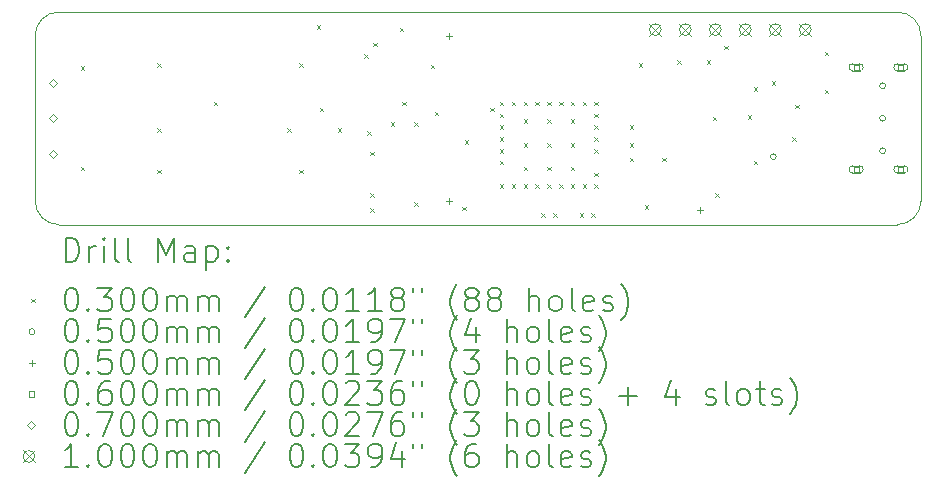
<source format=gbr>
%TF.GenerationSoftware,KiCad,Pcbnew,8.0.4*%
%TF.CreationDate,2025-02-17T13:51:34+11:00*%
%TF.ProjectId,LSG,4c53472e-6b69-4636-9164-5f7063625858,rev?*%
%TF.SameCoordinates,Original*%
%TF.FileFunction,Drillmap*%
%TF.FilePolarity,Positive*%
%FSLAX45Y45*%
G04 Gerber Fmt 4.5, Leading zero omitted, Abs format (unit mm)*
G04 Created by KiCad (PCBNEW 8.0.4) date 2025-02-17 13:51:34*
%MOMM*%
%LPD*%
G01*
G04 APERTURE LIST*
%ADD10C,0.050000*%
%ADD11C,0.200000*%
%ADD12C,0.100000*%
G04 APERTURE END LIST*
D10*
X0Y900000D02*
X3550000Y900000D01*
X0Y-900000D02*
X3550000Y-900000D01*
X3750000Y-700000D02*
X3750000Y700000D01*
X-3750000Y-700000D02*
X-3750000Y700000D01*
X3750000Y-700000D02*
G75*
G02*
X3550000Y-900000I-200000J0D01*
G01*
X3550000Y900000D02*
G75*
G02*
X3750000Y700000I0J-200000D01*
G01*
X0Y900000D02*
X-3550000Y900000D01*
X-3750000Y700000D02*
G75*
G02*
X-3550000Y900000I200000J0D01*
G01*
X-3550000Y-900000D02*
G75*
G02*
X-3750000Y-700000I0J200000D01*
G01*
X0Y-900000D02*
X-3550000Y-900000D01*
D11*
D12*
X-3365000Y440000D02*
X-3335000Y410000D01*
X-3335000Y440000D02*
X-3365000Y410000D01*
X-3365000Y-410000D02*
X-3335000Y-440000D01*
X-3335000Y-410000D02*
X-3365000Y-440000D01*
X-2715000Y465000D02*
X-2685000Y435000D01*
X-2685000Y465000D02*
X-2715000Y435000D01*
X-2715000Y-85000D02*
X-2685000Y-115000D01*
X-2685000Y-85000D02*
X-2715000Y-115000D01*
X-2715000Y-435000D02*
X-2685000Y-465000D01*
X-2685000Y-435000D02*
X-2715000Y-465000D01*
X-2240000Y140000D02*
X-2210000Y110000D01*
X-2210000Y140000D02*
X-2240000Y110000D01*
X-1615000Y-85000D02*
X-1585000Y-115000D01*
X-1585000Y-85000D02*
X-1615000Y-115000D01*
X-1515000Y465000D02*
X-1485000Y435000D01*
X-1485000Y465000D02*
X-1515000Y435000D01*
X-1515000Y-435000D02*
X-1485000Y-465000D01*
X-1485000Y-435000D02*
X-1515000Y-465000D01*
X-1365000Y790000D02*
X-1335000Y760000D01*
X-1335000Y790000D02*
X-1365000Y760000D01*
X-1340000Y90000D02*
X-1310000Y60000D01*
X-1310000Y90000D02*
X-1340000Y60000D01*
X-1190000Y-85000D02*
X-1160000Y-115000D01*
X-1160000Y-85000D02*
X-1190000Y-115000D01*
X-965000Y540000D02*
X-935000Y510000D01*
X-935000Y540000D02*
X-965000Y510000D01*
X-940000Y-110000D02*
X-910000Y-140000D01*
X-910000Y-110000D02*
X-940000Y-140000D01*
X-915000Y-285000D02*
X-885000Y-315000D01*
X-885000Y-285000D02*
X-915000Y-315000D01*
X-915000Y-635000D02*
X-885000Y-665000D01*
X-885000Y-635000D02*
X-915000Y-665000D01*
X-915000Y-760000D02*
X-885000Y-790000D01*
X-885000Y-760000D02*
X-915000Y-790000D01*
X-890000Y640000D02*
X-860000Y610000D01*
X-860000Y640000D02*
X-890000Y610000D01*
X-740000Y-35000D02*
X-710000Y-65000D01*
X-710000Y-35000D02*
X-740000Y-65000D01*
X-665000Y765000D02*
X-635000Y735000D01*
X-635000Y765000D02*
X-665000Y735000D01*
X-640000Y140000D02*
X-610000Y110000D01*
X-610000Y140000D02*
X-640000Y110000D01*
X-540000Y-35000D02*
X-510000Y-65000D01*
X-510000Y-35000D02*
X-540000Y-65000D01*
X-540000Y-710000D02*
X-510000Y-740000D01*
X-510000Y-710000D02*
X-540000Y-740000D01*
X-402500Y452500D02*
X-372500Y422500D01*
X-372500Y452500D02*
X-402500Y422500D01*
X-367177Y57324D02*
X-337177Y27324D01*
X-337177Y57324D02*
X-367177Y27324D01*
X-133000Y-748000D02*
X-103000Y-778000D01*
X-103000Y-748000D02*
X-133000Y-778000D01*
X-115000Y-185000D02*
X-85000Y-215000D01*
X-85000Y-185000D02*
X-115000Y-215000D01*
X105000Y90000D02*
X135000Y60000D01*
X135000Y90000D02*
X105000Y60000D01*
X185000Y140000D02*
X215000Y110000D01*
X215000Y140000D02*
X185000Y110000D01*
X185000Y40000D02*
X215000Y10000D01*
X215000Y40000D02*
X185000Y10000D01*
X185000Y-60000D02*
X215000Y-90000D01*
X215000Y-60000D02*
X185000Y-90000D01*
X185000Y-160000D02*
X215000Y-190000D01*
X215000Y-160000D02*
X185000Y-190000D01*
X185000Y-260000D02*
X215000Y-290000D01*
X215000Y-260000D02*
X185000Y-290000D01*
X185000Y-360000D02*
X215000Y-390000D01*
X215000Y-360000D02*
X185000Y-390000D01*
X185000Y-560000D02*
X215000Y-590000D01*
X215000Y-560000D02*
X185000Y-590000D01*
X285000Y140000D02*
X315000Y110000D01*
X315000Y140000D02*
X285000Y110000D01*
X285000Y-560000D02*
X315000Y-590000D01*
X315000Y-560000D02*
X285000Y-590000D01*
X385000Y140000D02*
X415000Y110000D01*
X415000Y140000D02*
X385000Y110000D01*
X385000Y-10000D02*
X415000Y-40000D01*
X415000Y-10000D02*
X385000Y-40000D01*
X385000Y-210000D02*
X415000Y-240000D01*
X415000Y-210000D02*
X385000Y-240000D01*
X385000Y-410000D02*
X415000Y-440000D01*
X415000Y-410000D02*
X385000Y-440000D01*
X385000Y-560000D02*
X415000Y-590000D01*
X415000Y-560000D02*
X385000Y-590000D01*
X485000Y140000D02*
X515000Y110000D01*
X515000Y140000D02*
X485000Y110000D01*
X485000Y-560000D02*
X515000Y-590000D01*
X515000Y-560000D02*
X485000Y-590000D01*
X535000Y-805000D02*
X565000Y-835000D01*
X565000Y-805000D02*
X535000Y-835000D01*
X585000Y140000D02*
X615000Y110000D01*
X615000Y140000D02*
X585000Y110000D01*
X585000Y-10000D02*
X615000Y-40000D01*
X615000Y-10000D02*
X585000Y-40000D01*
X585000Y-210000D02*
X615000Y-240000D01*
X615000Y-210000D02*
X585000Y-240000D01*
X585000Y-410000D02*
X615000Y-440000D01*
X615000Y-410000D02*
X585000Y-440000D01*
X585000Y-560000D02*
X615000Y-590000D01*
X615000Y-560000D02*
X585000Y-590000D01*
X635000Y-805000D02*
X665000Y-835000D01*
X665000Y-805000D02*
X635000Y-835000D01*
X685000Y140000D02*
X715000Y110000D01*
X715000Y140000D02*
X685000Y110000D01*
X685000Y-560000D02*
X715000Y-590000D01*
X715000Y-560000D02*
X685000Y-590000D01*
X785000Y140000D02*
X815000Y110000D01*
X815000Y140000D02*
X785000Y110000D01*
X785000Y-10000D02*
X815000Y-40000D01*
X815000Y-10000D02*
X785000Y-40000D01*
X785000Y-210000D02*
X815000Y-240000D01*
X815000Y-210000D02*
X785000Y-240000D01*
X785000Y-410000D02*
X815000Y-440000D01*
X815000Y-410000D02*
X785000Y-440000D01*
X785000Y-560000D02*
X815000Y-590000D01*
X815000Y-560000D02*
X785000Y-590000D01*
X860000Y-805000D02*
X890000Y-835000D01*
X890000Y-805000D02*
X860000Y-835000D01*
X885000Y140000D02*
X915000Y110000D01*
X915000Y140000D02*
X885000Y110000D01*
X885000Y-560000D02*
X915000Y-590000D01*
X915000Y-560000D02*
X885000Y-590000D01*
X960000Y-805000D02*
X990000Y-835000D01*
X990000Y-805000D02*
X960000Y-835000D01*
X985000Y140000D02*
X1015000Y110000D01*
X1015000Y140000D02*
X985000Y110000D01*
X985000Y40000D02*
X1015000Y10000D01*
X1015000Y40000D02*
X985000Y10000D01*
X985000Y-60000D02*
X1015000Y-90000D01*
X1015000Y-60000D02*
X985000Y-90000D01*
X985000Y-160000D02*
X1015000Y-190000D01*
X1015000Y-160000D02*
X985000Y-190000D01*
X985000Y-260000D02*
X1015000Y-290000D01*
X1015000Y-260000D02*
X985000Y-290000D01*
X985000Y-460000D02*
X1015000Y-490000D01*
X1015000Y-460000D02*
X985000Y-490000D01*
X985000Y-560000D02*
X1015000Y-590000D01*
X1015000Y-560000D02*
X985000Y-590000D01*
X1285000Y-60000D02*
X1315000Y-90000D01*
X1315000Y-60000D02*
X1285000Y-90000D01*
X1285000Y-210000D02*
X1315000Y-240000D01*
X1315000Y-210000D02*
X1285000Y-240000D01*
X1285000Y-335000D02*
X1315000Y-365000D01*
X1315000Y-335000D02*
X1285000Y-365000D01*
X1360000Y465000D02*
X1390000Y435000D01*
X1390000Y465000D02*
X1360000Y435000D01*
X1410000Y-735000D02*
X1440000Y-765000D01*
X1440000Y-735000D02*
X1410000Y-765000D01*
X1560000Y-335000D02*
X1590000Y-365000D01*
X1590000Y-335000D02*
X1560000Y-365000D01*
X1685000Y490000D02*
X1715000Y460000D01*
X1715000Y490000D02*
X1685000Y460000D01*
X1935000Y490000D02*
X1965000Y460000D01*
X1965000Y490000D02*
X1935000Y460000D01*
X1985000Y15000D02*
X2015000Y-15000D01*
X2015000Y15000D02*
X1985000Y-15000D01*
X2010000Y-635000D02*
X2040000Y-665000D01*
X2040000Y-635000D02*
X2010000Y-665000D01*
X2085000Y615000D02*
X2115000Y585000D01*
X2115000Y615000D02*
X2085000Y585000D01*
X2282295Y27442D02*
X2312295Y-2558D01*
X2312295Y27442D02*
X2282295Y-2558D01*
X2335000Y265000D02*
X2365000Y235000D01*
X2365000Y265000D02*
X2335000Y235000D01*
X2335000Y-360000D02*
X2365000Y-390000D01*
X2365000Y-360000D02*
X2335000Y-390000D01*
X2485000Y315000D02*
X2515000Y285000D01*
X2515000Y315000D02*
X2485000Y285000D01*
X2660000Y-160000D02*
X2690000Y-190000D01*
X2690000Y-160000D02*
X2660000Y-190000D01*
X2685000Y115000D02*
X2715000Y85000D01*
X2715000Y115000D02*
X2685000Y85000D01*
X2935000Y565000D02*
X2965000Y535000D01*
X2965000Y565000D02*
X2935000Y535000D01*
X2935000Y240000D02*
X2965000Y210000D01*
X2965000Y240000D02*
X2935000Y210000D01*
X2525000Y-325000D02*
G75*
G02*
X2475000Y-325000I-25000J0D01*
G01*
X2475000Y-325000D02*
G75*
G02*
X2525000Y-325000I25000J0D01*
G01*
X3450000Y275000D02*
G75*
G02*
X3400000Y275000I-25000J0D01*
G01*
X3400000Y275000D02*
G75*
G02*
X3450000Y275000I25000J0D01*
G01*
X3450000Y0D02*
G75*
G02*
X3400000Y0I-25000J0D01*
G01*
X3400000Y0D02*
G75*
G02*
X3450000Y0I25000J0D01*
G01*
X3450000Y-275000D02*
G75*
G02*
X3400000Y-275000I-25000J0D01*
G01*
X3400000Y-275000D02*
G75*
G02*
X3450000Y-275000I25000J0D01*
G01*
X-250000Y725000D02*
X-250000Y675000D01*
X-275000Y700000D02*
X-225000Y700000D01*
X-250000Y-675000D02*
X-250000Y-725000D01*
X-275000Y-700000D02*
X-225000Y-700000D01*
X1882500Y-750000D02*
X1882500Y-800000D01*
X1857500Y-775000D02*
X1907500Y-775000D01*
X3221213Y410787D02*
X3221213Y453213D01*
X3178787Y453213D01*
X3178787Y410787D01*
X3221213Y410787D01*
X3170000Y402000D02*
X3230000Y402000D01*
X3230000Y462000D02*
G75*
G02*
X3230000Y402000I0J-30000D01*
G01*
X3230000Y462000D02*
X3170000Y462000D01*
X3170000Y462000D02*
G75*
G03*
X3170000Y402000I0J-30000D01*
G01*
X3221213Y-453213D02*
X3221213Y-410787D01*
X3178787Y-410787D01*
X3178787Y-453213D01*
X3221213Y-453213D01*
X3170000Y-462000D02*
X3230000Y-462000D01*
X3230000Y-402000D02*
G75*
G02*
X3230000Y-462000I0J-30000D01*
G01*
X3230000Y-402000D02*
X3170000Y-402000D01*
X3170000Y-402000D02*
G75*
G03*
X3170000Y-462000I0J-30000D01*
G01*
X3601213Y410787D02*
X3601213Y453213D01*
X3558787Y453213D01*
X3558787Y410787D01*
X3601213Y410787D01*
X3550000Y402000D02*
X3610000Y402000D01*
X3610000Y462000D02*
G75*
G02*
X3610000Y402000I0J-30000D01*
G01*
X3610000Y462000D02*
X3550000Y462000D01*
X3550000Y462000D02*
G75*
G03*
X3550000Y402000I0J-30000D01*
G01*
X3601213Y-453213D02*
X3601213Y-410787D01*
X3558787Y-410787D01*
X3558787Y-453213D01*
X3601213Y-453213D01*
X3550000Y-462000D02*
X3610000Y-462000D01*
X3610000Y-402000D02*
G75*
G02*
X3610000Y-462000I0J-30000D01*
G01*
X3610000Y-402000D02*
X3550000Y-402000D01*
X3550000Y-402000D02*
G75*
G03*
X3550000Y-462000I0J-30000D01*
G01*
X-3600000Y265000D02*
X-3565000Y300000D01*
X-3600000Y335000D01*
X-3635000Y300000D01*
X-3600000Y265000D01*
X-3600000Y-35000D02*
X-3565000Y0D01*
X-3600000Y35000D01*
X-3635000Y0D01*
X-3600000Y-35000D01*
X-3600000Y-335000D02*
X-3565000Y-300000D01*
X-3600000Y-265000D01*
X-3635000Y-300000D01*
X-3600000Y-335000D01*
X1450000Y800000D02*
X1550000Y700000D01*
X1550000Y800000D02*
X1450000Y700000D01*
X1550000Y750000D02*
G75*
G02*
X1450000Y750000I-50000J0D01*
G01*
X1450000Y750000D02*
G75*
G02*
X1550000Y750000I50000J0D01*
G01*
X1704000Y800000D02*
X1804000Y700000D01*
X1804000Y800000D02*
X1704000Y700000D01*
X1804000Y750000D02*
G75*
G02*
X1704000Y750000I-50000J0D01*
G01*
X1704000Y750000D02*
G75*
G02*
X1804000Y750000I50000J0D01*
G01*
X1958000Y800000D02*
X2058000Y700000D01*
X2058000Y800000D02*
X1958000Y700000D01*
X2058000Y750000D02*
G75*
G02*
X1958000Y750000I-50000J0D01*
G01*
X1958000Y750000D02*
G75*
G02*
X2058000Y750000I50000J0D01*
G01*
X2212000Y800000D02*
X2312000Y700000D01*
X2312000Y800000D02*
X2212000Y700000D01*
X2312000Y750000D02*
G75*
G02*
X2212000Y750000I-50000J0D01*
G01*
X2212000Y750000D02*
G75*
G02*
X2312000Y750000I50000J0D01*
G01*
X2466000Y800000D02*
X2566000Y700000D01*
X2566000Y800000D02*
X2466000Y700000D01*
X2566000Y750000D02*
G75*
G02*
X2466000Y750000I-50000J0D01*
G01*
X2466000Y750000D02*
G75*
G02*
X2566000Y750000I50000J0D01*
G01*
X2720000Y800000D02*
X2820000Y700000D01*
X2820000Y800000D02*
X2720000Y700000D01*
X2820000Y750000D02*
G75*
G02*
X2720000Y750000I-50000J0D01*
G01*
X2720000Y750000D02*
G75*
G02*
X2820000Y750000I50000J0D01*
G01*
D11*
X-3491723Y-1213984D02*
X-3491723Y-1013984D01*
X-3491723Y-1013984D02*
X-3444104Y-1013984D01*
X-3444104Y-1013984D02*
X-3415533Y-1023508D01*
X-3415533Y-1023508D02*
X-3396485Y-1042555D01*
X-3396485Y-1042555D02*
X-3386961Y-1061603D01*
X-3386961Y-1061603D02*
X-3377437Y-1099698D01*
X-3377437Y-1099698D02*
X-3377437Y-1128270D01*
X-3377437Y-1128270D02*
X-3386961Y-1166365D01*
X-3386961Y-1166365D02*
X-3396485Y-1185412D01*
X-3396485Y-1185412D02*
X-3415533Y-1204460D01*
X-3415533Y-1204460D02*
X-3444104Y-1213984D01*
X-3444104Y-1213984D02*
X-3491723Y-1213984D01*
X-3291723Y-1213984D02*
X-3291723Y-1080650D01*
X-3291723Y-1118746D02*
X-3282199Y-1099698D01*
X-3282199Y-1099698D02*
X-3272675Y-1090174D01*
X-3272675Y-1090174D02*
X-3253628Y-1080650D01*
X-3253628Y-1080650D02*
X-3234580Y-1080650D01*
X-3167914Y-1213984D02*
X-3167914Y-1080650D01*
X-3167914Y-1013984D02*
X-3177437Y-1023508D01*
X-3177437Y-1023508D02*
X-3167914Y-1033031D01*
X-3167914Y-1033031D02*
X-3158390Y-1023508D01*
X-3158390Y-1023508D02*
X-3167914Y-1013984D01*
X-3167914Y-1013984D02*
X-3167914Y-1033031D01*
X-3044104Y-1213984D02*
X-3063152Y-1204460D01*
X-3063152Y-1204460D02*
X-3072675Y-1185412D01*
X-3072675Y-1185412D02*
X-3072675Y-1013984D01*
X-2939342Y-1213984D02*
X-2958390Y-1204460D01*
X-2958390Y-1204460D02*
X-2967914Y-1185412D01*
X-2967914Y-1185412D02*
X-2967914Y-1013984D01*
X-2710771Y-1213984D02*
X-2710771Y-1013984D01*
X-2710771Y-1013984D02*
X-2644104Y-1156841D01*
X-2644104Y-1156841D02*
X-2577437Y-1013984D01*
X-2577437Y-1013984D02*
X-2577437Y-1213984D01*
X-2396485Y-1213984D02*
X-2396485Y-1109222D01*
X-2396485Y-1109222D02*
X-2406009Y-1090174D01*
X-2406009Y-1090174D02*
X-2425056Y-1080650D01*
X-2425056Y-1080650D02*
X-2463152Y-1080650D01*
X-2463152Y-1080650D02*
X-2482199Y-1090174D01*
X-2396485Y-1204460D02*
X-2415533Y-1213984D01*
X-2415533Y-1213984D02*
X-2463152Y-1213984D01*
X-2463152Y-1213984D02*
X-2482199Y-1204460D01*
X-2482199Y-1204460D02*
X-2491723Y-1185412D01*
X-2491723Y-1185412D02*
X-2491723Y-1166365D01*
X-2491723Y-1166365D02*
X-2482199Y-1147317D01*
X-2482199Y-1147317D02*
X-2463152Y-1137793D01*
X-2463152Y-1137793D02*
X-2415533Y-1137793D01*
X-2415533Y-1137793D02*
X-2396485Y-1128270D01*
X-2301247Y-1080650D02*
X-2301247Y-1280650D01*
X-2301247Y-1090174D02*
X-2282199Y-1080650D01*
X-2282199Y-1080650D02*
X-2244104Y-1080650D01*
X-2244104Y-1080650D02*
X-2225056Y-1090174D01*
X-2225056Y-1090174D02*
X-2215533Y-1099698D01*
X-2215533Y-1099698D02*
X-2206009Y-1118746D01*
X-2206009Y-1118746D02*
X-2206009Y-1175889D01*
X-2206009Y-1175889D02*
X-2215533Y-1194936D01*
X-2215533Y-1194936D02*
X-2225056Y-1204460D01*
X-2225056Y-1204460D02*
X-2244104Y-1213984D01*
X-2244104Y-1213984D02*
X-2282199Y-1213984D01*
X-2282199Y-1213984D02*
X-2301247Y-1204460D01*
X-2120295Y-1194936D02*
X-2110771Y-1204460D01*
X-2110771Y-1204460D02*
X-2120295Y-1213984D01*
X-2120295Y-1213984D02*
X-2129818Y-1204460D01*
X-2129818Y-1204460D02*
X-2120295Y-1194936D01*
X-2120295Y-1194936D02*
X-2120295Y-1213984D01*
X-2120295Y-1090174D02*
X-2110771Y-1099698D01*
X-2110771Y-1099698D02*
X-2120295Y-1109222D01*
X-2120295Y-1109222D02*
X-2129818Y-1099698D01*
X-2129818Y-1099698D02*
X-2120295Y-1090174D01*
X-2120295Y-1090174D02*
X-2120295Y-1109222D01*
D12*
X-3782500Y-1527500D02*
X-3752500Y-1557500D01*
X-3752500Y-1527500D02*
X-3782500Y-1557500D01*
D11*
X-3453628Y-1433984D02*
X-3434580Y-1433984D01*
X-3434580Y-1433984D02*
X-3415533Y-1443508D01*
X-3415533Y-1443508D02*
X-3406009Y-1453031D01*
X-3406009Y-1453031D02*
X-3396485Y-1472079D01*
X-3396485Y-1472079D02*
X-3386961Y-1510174D01*
X-3386961Y-1510174D02*
X-3386961Y-1557793D01*
X-3386961Y-1557793D02*
X-3396485Y-1595888D01*
X-3396485Y-1595888D02*
X-3406009Y-1614936D01*
X-3406009Y-1614936D02*
X-3415533Y-1624460D01*
X-3415533Y-1624460D02*
X-3434580Y-1633984D01*
X-3434580Y-1633984D02*
X-3453628Y-1633984D01*
X-3453628Y-1633984D02*
X-3472675Y-1624460D01*
X-3472675Y-1624460D02*
X-3482199Y-1614936D01*
X-3482199Y-1614936D02*
X-3491723Y-1595888D01*
X-3491723Y-1595888D02*
X-3501247Y-1557793D01*
X-3501247Y-1557793D02*
X-3501247Y-1510174D01*
X-3501247Y-1510174D02*
X-3491723Y-1472079D01*
X-3491723Y-1472079D02*
X-3482199Y-1453031D01*
X-3482199Y-1453031D02*
X-3472675Y-1443508D01*
X-3472675Y-1443508D02*
X-3453628Y-1433984D01*
X-3301247Y-1614936D02*
X-3291723Y-1624460D01*
X-3291723Y-1624460D02*
X-3301247Y-1633984D01*
X-3301247Y-1633984D02*
X-3310771Y-1624460D01*
X-3310771Y-1624460D02*
X-3301247Y-1614936D01*
X-3301247Y-1614936D02*
X-3301247Y-1633984D01*
X-3225056Y-1433984D02*
X-3101247Y-1433984D01*
X-3101247Y-1433984D02*
X-3167914Y-1510174D01*
X-3167914Y-1510174D02*
X-3139342Y-1510174D01*
X-3139342Y-1510174D02*
X-3120294Y-1519698D01*
X-3120294Y-1519698D02*
X-3110771Y-1529222D01*
X-3110771Y-1529222D02*
X-3101247Y-1548269D01*
X-3101247Y-1548269D02*
X-3101247Y-1595888D01*
X-3101247Y-1595888D02*
X-3110771Y-1614936D01*
X-3110771Y-1614936D02*
X-3120294Y-1624460D01*
X-3120294Y-1624460D02*
X-3139342Y-1633984D01*
X-3139342Y-1633984D02*
X-3196485Y-1633984D01*
X-3196485Y-1633984D02*
X-3215533Y-1624460D01*
X-3215533Y-1624460D02*
X-3225056Y-1614936D01*
X-2977437Y-1433984D02*
X-2958390Y-1433984D01*
X-2958390Y-1433984D02*
X-2939342Y-1443508D01*
X-2939342Y-1443508D02*
X-2929818Y-1453031D01*
X-2929818Y-1453031D02*
X-2920294Y-1472079D01*
X-2920294Y-1472079D02*
X-2910771Y-1510174D01*
X-2910771Y-1510174D02*
X-2910771Y-1557793D01*
X-2910771Y-1557793D02*
X-2920294Y-1595888D01*
X-2920294Y-1595888D02*
X-2929818Y-1614936D01*
X-2929818Y-1614936D02*
X-2939342Y-1624460D01*
X-2939342Y-1624460D02*
X-2958390Y-1633984D01*
X-2958390Y-1633984D02*
X-2977437Y-1633984D01*
X-2977437Y-1633984D02*
X-2996485Y-1624460D01*
X-2996485Y-1624460D02*
X-3006009Y-1614936D01*
X-3006009Y-1614936D02*
X-3015533Y-1595888D01*
X-3015533Y-1595888D02*
X-3025056Y-1557793D01*
X-3025056Y-1557793D02*
X-3025056Y-1510174D01*
X-3025056Y-1510174D02*
X-3015533Y-1472079D01*
X-3015533Y-1472079D02*
X-3006009Y-1453031D01*
X-3006009Y-1453031D02*
X-2996485Y-1443508D01*
X-2996485Y-1443508D02*
X-2977437Y-1433984D01*
X-2786961Y-1433984D02*
X-2767914Y-1433984D01*
X-2767914Y-1433984D02*
X-2748866Y-1443508D01*
X-2748866Y-1443508D02*
X-2739342Y-1453031D01*
X-2739342Y-1453031D02*
X-2729818Y-1472079D01*
X-2729818Y-1472079D02*
X-2720295Y-1510174D01*
X-2720295Y-1510174D02*
X-2720295Y-1557793D01*
X-2720295Y-1557793D02*
X-2729818Y-1595888D01*
X-2729818Y-1595888D02*
X-2739342Y-1614936D01*
X-2739342Y-1614936D02*
X-2748866Y-1624460D01*
X-2748866Y-1624460D02*
X-2767914Y-1633984D01*
X-2767914Y-1633984D02*
X-2786961Y-1633984D01*
X-2786961Y-1633984D02*
X-2806009Y-1624460D01*
X-2806009Y-1624460D02*
X-2815533Y-1614936D01*
X-2815533Y-1614936D02*
X-2825056Y-1595888D01*
X-2825056Y-1595888D02*
X-2834580Y-1557793D01*
X-2834580Y-1557793D02*
X-2834580Y-1510174D01*
X-2834580Y-1510174D02*
X-2825056Y-1472079D01*
X-2825056Y-1472079D02*
X-2815533Y-1453031D01*
X-2815533Y-1453031D02*
X-2806009Y-1443508D01*
X-2806009Y-1443508D02*
X-2786961Y-1433984D01*
X-2634580Y-1633984D02*
X-2634580Y-1500650D01*
X-2634580Y-1519698D02*
X-2625056Y-1510174D01*
X-2625056Y-1510174D02*
X-2606009Y-1500650D01*
X-2606009Y-1500650D02*
X-2577437Y-1500650D01*
X-2577437Y-1500650D02*
X-2558390Y-1510174D01*
X-2558390Y-1510174D02*
X-2548866Y-1529222D01*
X-2548866Y-1529222D02*
X-2548866Y-1633984D01*
X-2548866Y-1529222D02*
X-2539342Y-1510174D01*
X-2539342Y-1510174D02*
X-2520295Y-1500650D01*
X-2520295Y-1500650D02*
X-2491723Y-1500650D01*
X-2491723Y-1500650D02*
X-2472675Y-1510174D01*
X-2472675Y-1510174D02*
X-2463152Y-1529222D01*
X-2463152Y-1529222D02*
X-2463152Y-1633984D01*
X-2367914Y-1633984D02*
X-2367914Y-1500650D01*
X-2367914Y-1519698D02*
X-2358390Y-1510174D01*
X-2358390Y-1510174D02*
X-2339342Y-1500650D01*
X-2339342Y-1500650D02*
X-2310771Y-1500650D01*
X-2310771Y-1500650D02*
X-2291723Y-1510174D01*
X-2291723Y-1510174D02*
X-2282199Y-1529222D01*
X-2282199Y-1529222D02*
X-2282199Y-1633984D01*
X-2282199Y-1529222D02*
X-2272675Y-1510174D01*
X-2272675Y-1510174D02*
X-2253628Y-1500650D01*
X-2253628Y-1500650D02*
X-2225056Y-1500650D01*
X-2225056Y-1500650D02*
X-2206009Y-1510174D01*
X-2206009Y-1510174D02*
X-2196485Y-1529222D01*
X-2196485Y-1529222D02*
X-2196485Y-1633984D01*
X-1806009Y-1424460D02*
X-1977437Y-1681603D01*
X-1548866Y-1433984D02*
X-1529818Y-1433984D01*
X-1529818Y-1433984D02*
X-1510770Y-1443508D01*
X-1510770Y-1443508D02*
X-1501247Y-1453031D01*
X-1501247Y-1453031D02*
X-1491723Y-1472079D01*
X-1491723Y-1472079D02*
X-1482199Y-1510174D01*
X-1482199Y-1510174D02*
X-1482199Y-1557793D01*
X-1482199Y-1557793D02*
X-1491723Y-1595888D01*
X-1491723Y-1595888D02*
X-1501247Y-1614936D01*
X-1501247Y-1614936D02*
X-1510770Y-1624460D01*
X-1510770Y-1624460D02*
X-1529818Y-1633984D01*
X-1529818Y-1633984D02*
X-1548866Y-1633984D01*
X-1548866Y-1633984D02*
X-1567913Y-1624460D01*
X-1567913Y-1624460D02*
X-1577437Y-1614936D01*
X-1577437Y-1614936D02*
X-1586961Y-1595888D01*
X-1586961Y-1595888D02*
X-1596485Y-1557793D01*
X-1596485Y-1557793D02*
X-1596485Y-1510174D01*
X-1596485Y-1510174D02*
X-1586961Y-1472079D01*
X-1586961Y-1472079D02*
X-1577437Y-1453031D01*
X-1577437Y-1453031D02*
X-1567913Y-1443508D01*
X-1567913Y-1443508D02*
X-1548866Y-1433984D01*
X-1396485Y-1614936D02*
X-1386961Y-1624460D01*
X-1386961Y-1624460D02*
X-1396485Y-1633984D01*
X-1396485Y-1633984D02*
X-1406009Y-1624460D01*
X-1406009Y-1624460D02*
X-1396485Y-1614936D01*
X-1396485Y-1614936D02*
X-1396485Y-1633984D01*
X-1263152Y-1433984D02*
X-1244104Y-1433984D01*
X-1244104Y-1433984D02*
X-1225056Y-1443508D01*
X-1225056Y-1443508D02*
X-1215532Y-1453031D01*
X-1215532Y-1453031D02*
X-1206009Y-1472079D01*
X-1206009Y-1472079D02*
X-1196485Y-1510174D01*
X-1196485Y-1510174D02*
X-1196485Y-1557793D01*
X-1196485Y-1557793D02*
X-1206009Y-1595888D01*
X-1206009Y-1595888D02*
X-1215532Y-1614936D01*
X-1215532Y-1614936D02*
X-1225056Y-1624460D01*
X-1225056Y-1624460D02*
X-1244104Y-1633984D01*
X-1244104Y-1633984D02*
X-1263152Y-1633984D01*
X-1263152Y-1633984D02*
X-1282199Y-1624460D01*
X-1282199Y-1624460D02*
X-1291723Y-1614936D01*
X-1291723Y-1614936D02*
X-1301247Y-1595888D01*
X-1301247Y-1595888D02*
X-1310771Y-1557793D01*
X-1310771Y-1557793D02*
X-1310771Y-1510174D01*
X-1310771Y-1510174D02*
X-1301247Y-1472079D01*
X-1301247Y-1472079D02*
X-1291723Y-1453031D01*
X-1291723Y-1453031D02*
X-1282199Y-1443508D01*
X-1282199Y-1443508D02*
X-1263152Y-1433984D01*
X-1006009Y-1633984D02*
X-1120294Y-1633984D01*
X-1063152Y-1633984D02*
X-1063152Y-1433984D01*
X-1063152Y-1433984D02*
X-1082199Y-1462555D01*
X-1082199Y-1462555D02*
X-1101247Y-1481603D01*
X-1101247Y-1481603D02*
X-1120294Y-1491127D01*
X-815532Y-1633984D02*
X-929818Y-1633984D01*
X-872675Y-1633984D02*
X-872675Y-1433984D01*
X-872675Y-1433984D02*
X-891723Y-1462555D01*
X-891723Y-1462555D02*
X-910770Y-1481603D01*
X-910770Y-1481603D02*
X-929818Y-1491127D01*
X-701247Y-1519698D02*
X-720294Y-1510174D01*
X-720294Y-1510174D02*
X-729818Y-1500650D01*
X-729818Y-1500650D02*
X-739342Y-1481603D01*
X-739342Y-1481603D02*
X-739342Y-1472079D01*
X-739342Y-1472079D02*
X-729818Y-1453031D01*
X-729818Y-1453031D02*
X-720294Y-1443508D01*
X-720294Y-1443508D02*
X-701247Y-1433984D01*
X-701247Y-1433984D02*
X-663151Y-1433984D01*
X-663151Y-1433984D02*
X-644104Y-1443508D01*
X-644104Y-1443508D02*
X-634580Y-1453031D01*
X-634580Y-1453031D02*
X-625056Y-1472079D01*
X-625056Y-1472079D02*
X-625056Y-1481603D01*
X-625056Y-1481603D02*
X-634580Y-1500650D01*
X-634580Y-1500650D02*
X-644104Y-1510174D01*
X-644104Y-1510174D02*
X-663151Y-1519698D01*
X-663151Y-1519698D02*
X-701247Y-1519698D01*
X-701247Y-1519698D02*
X-720294Y-1529222D01*
X-720294Y-1529222D02*
X-729818Y-1538746D01*
X-729818Y-1538746D02*
X-739342Y-1557793D01*
X-739342Y-1557793D02*
X-739342Y-1595888D01*
X-739342Y-1595888D02*
X-729818Y-1614936D01*
X-729818Y-1614936D02*
X-720294Y-1624460D01*
X-720294Y-1624460D02*
X-701247Y-1633984D01*
X-701247Y-1633984D02*
X-663151Y-1633984D01*
X-663151Y-1633984D02*
X-644104Y-1624460D01*
X-644104Y-1624460D02*
X-634580Y-1614936D01*
X-634580Y-1614936D02*
X-625056Y-1595888D01*
X-625056Y-1595888D02*
X-625056Y-1557793D01*
X-625056Y-1557793D02*
X-634580Y-1538746D01*
X-634580Y-1538746D02*
X-644104Y-1529222D01*
X-644104Y-1529222D02*
X-663151Y-1519698D01*
X-548866Y-1433984D02*
X-548866Y-1472079D01*
X-472675Y-1433984D02*
X-472675Y-1472079D01*
X-177437Y-1710174D02*
X-186961Y-1700650D01*
X-186961Y-1700650D02*
X-206008Y-1672079D01*
X-206008Y-1672079D02*
X-215532Y-1653031D01*
X-215532Y-1653031D02*
X-225056Y-1624460D01*
X-225056Y-1624460D02*
X-234580Y-1576841D01*
X-234580Y-1576841D02*
X-234580Y-1538746D01*
X-234580Y-1538746D02*
X-225056Y-1491127D01*
X-225056Y-1491127D02*
X-215532Y-1462555D01*
X-215532Y-1462555D02*
X-206008Y-1443508D01*
X-206008Y-1443508D02*
X-186961Y-1414936D01*
X-186961Y-1414936D02*
X-177437Y-1405412D01*
X-72675Y-1519698D02*
X-91723Y-1510174D01*
X-91723Y-1510174D02*
X-101247Y-1500650D01*
X-101247Y-1500650D02*
X-110770Y-1481603D01*
X-110770Y-1481603D02*
X-110770Y-1472079D01*
X-110770Y-1472079D02*
X-101247Y-1453031D01*
X-101247Y-1453031D02*
X-91723Y-1443508D01*
X-91723Y-1443508D02*
X-72675Y-1433984D01*
X-72675Y-1433984D02*
X-34580Y-1433984D01*
X-34580Y-1433984D02*
X-15532Y-1443508D01*
X-15532Y-1443508D02*
X-6008Y-1453031D01*
X-6008Y-1453031D02*
X3515Y-1472079D01*
X3515Y-1472079D02*
X3515Y-1481603D01*
X3515Y-1481603D02*
X-6008Y-1500650D01*
X-6008Y-1500650D02*
X-15532Y-1510174D01*
X-15532Y-1510174D02*
X-34580Y-1519698D01*
X-34580Y-1519698D02*
X-72675Y-1519698D01*
X-72675Y-1519698D02*
X-91723Y-1529222D01*
X-91723Y-1529222D02*
X-101247Y-1538746D01*
X-101247Y-1538746D02*
X-110770Y-1557793D01*
X-110770Y-1557793D02*
X-110770Y-1595888D01*
X-110770Y-1595888D02*
X-101247Y-1614936D01*
X-101247Y-1614936D02*
X-91723Y-1624460D01*
X-91723Y-1624460D02*
X-72675Y-1633984D01*
X-72675Y-1633984D02*
X-34580Y-1633984D01*
X-34580Y-1633984D02*
X-15532Y-1624460D01*
X-15532Y-1624460D02*
X-6008Y-1614936D01*
X-6008Y-1614936D02*
X3515Y-1595888D01*
X3515Y-1595888D02*
X3515Y-1557793D01*
X3515Y-1557793D02*
X-6008Y-1538746D01*
X-6008Y-1538746D02*
X-15532Y-1529222D01*
X-15532Y-1529222D02*
X-34580Y-1519698D01*
X117801Y-1519698D02*
X98753Y-1510174D01*
X98753Y-1510174D02*
X89229Y-1500650D01*
X89229Y-1500650D02*
X79706Y-1481603D01*
X79706Y-1481603D02*
X79706Y-1472079D01*
X79706Y-1472079D02*
X89229Y-1453031D01*
X89229Y-1453031D02*
X98753Y-1443508D01*
X98753Y-1443508D02*
X117801Y-1433984D01*
X117801Y-1433984D02*
X155896Y-1433984D01*
X155896Y-1433984D02*
X174944Y-1443508D01*
X174944Y-1443508D02*
X184468Y-1453031D01*
X184468Y-1453031D02*
X193991Y-1472079D01*
X193991Y-1472079D02*
X193991Y-1481603D01*
X193991Y-1481603D02*
X184468Y-1500650D01*
X184468Y-1500650D02*
X174944Y-1510174D01*
X174944Y-1510174D02*
X155896Y-1519698D01*
X155896Y-1519698D02*
X117801Y-1519698D01*
X117801Y-1519698D02*
X98753Y-1529222D01*
X98753Y-1529222D02*
X89229Y-1538746D01*
X89229Y-1538746D02*
X79706Y-1557793D01*
X79706Y-1557793D02*
X79706Y-1595888D01*
X79706Y-1595888D02*
X89229Y-1614936D01*
X89229Y-1614936D02*
X98753Y-1624460D01*
X98753Y-1624460D02*
X117801Y-1633984D01*
X117801Y-1633984D02*
X155896Y-1633984D01*
X155896Y-1633984D02*
X174944Y-1624460D01*
X174944Y-1624460D02*
X184468Y-1614936D01*
X184468Y-1614936D02*
X193991Y-1595888D01*
X193991Y-1595888D02*
X193991Y-1557793D01*
X193991Y-1557793D02*
X184468Y-1538746D01*
X184468Y-1538746D02*
X174944Y-1529222D01*
X174944Y-1529222D02*
X155896Y-1519698D01*
X432087Y-1633984D02*
X432087Y-1433984D01*
X517801Y-1633984D02*
X517801Y-1529222D01*
X517801Y-1529222D02*
X508277Y-1510174D01*
X508277Y-1510174D02*
X489230Y-1500650D01*
X489230Y-1500650D02*
X460658Y-1500650D01*
X460658Y-1500650D02*
X441610Y-1510174D01*
X441610Y-1510174D02*
X432087Y-1519698D01*
X641611Y-1633984D02*
X622563Y-1624460D01*
X622563Y-1624460D02*
X613039Y-1614936D01*
X613039Y-1614936D02*
X603515Y-1595888D01*
X603515Y-1595888D02*
X603515Y-1538746D01*
X603515Y-1538746D02*
X613039Y-1519698D01*
X613039Y-1519698D02*
X622563Y-1510174D01*
X622563Y-1510174D02*
X641611Y-1500650D01*
X641611Y-1500650D02*
X670182Y-1500650D01*
X670182Y-1500650D02*
X689230Y-1510174D01*
X689230Y-1510174D02*
X698753Y-1519698D01*
X698753Y-1519698D02*
X708277Y-1538746D01*
X708277Y-1538746D02*
X708277Y-1595888D01*
X708277Y-1595888D02*
X698753Y-1614936D01*
X698753Y-1614936D02*
X689230Y-1624460D01*
X689230Y-1624460D02*
X670182Y-1633984D01*
X670182Y-1633984D02*
X641611Y-1633984D01*
X822563Y-1633984D02*
X803515Y-1624460D01*
X803515Y-1624460D02*
X793991Y-1605412D01*
X793991Y-1605412D02*
X793991Y-1433984D01*
X974944Y-1624460D02*
X955896Y-1633984D01*
X955896Y-1633984D02*
X917801Y-1633984D01*
X917801Y-1633984D02*
X898753Y-1624460D01*
X898753Y-1624460D02*
X889230Y-1605412D01*
X889230Y-1605412D02*
X889230Y-1529222D01*
X889230Y-1529222D02*
X898753Y-1510174D01*
X898753Y-1510174D02*
X917801Y-1500650D01*
X917801Y-1500650D02*
X955896Y-1500650D01*
X955896Y-1500650D02*
X974944Y-1510174D01*
X974944Y-1510174D02*
X984468Y-1529222D01*
X984468Y-1529222D02*
X984468Y-1548269D01*
X984468Y-1548269D02*
X889230Y-1567317D01*
X1060658Y-1624460D02*
X1079706Y-1633984D01*
X1079706Y-1633984D02*
X1117801Y-1633984D01*
X1117801Y-1633984D02*
X1136849Y-1624460D01*
X1136849Y-1624460D02*
X1146373Y-1605412D01*
X1146373Y-1605412D02*
X1146373Y-1595888D01*
X1146373Y-1595888D02*
X1136849Y-1576841D01*
X1136849Y-1576841D02*
X1117801Y-1567317D01*
X1117801Y-1567317D02*
X1089230Y-1567317D01*
X1089230Y-1567317D02*
X1070182Y-1557793D01*
X1070182Y-1557793D02*
X1060658Y-1538746D01*
X1060658Y-1538746D02*
X1060658Y-1529222D01*
X1060658Y-1529222D02*
X1070182Y-1510174D01*
X1070182Y-1510174D02*
X1089230Y-1500650D01*
X1089230Y-1500650D02*
X1117801Y-1500650D01*
X1117801Y-1500650D02*
X1136849Y-1510174D01*
X1213039Y-1710174D02*
X1222563Y-1700650D01*
X1222563Y-1700650D02*
X1241611Y-1672079D01*
X1241611Y-1672079D02*
X1251134Y-1653031D01*
X1251134Y-1653031D02*
X1260658Y-1624460D01*
X1260658Y-1624460D02*
X1270182Y-1576841D01*
X1270182Y-1576841D02*
X1270182Y-1538746D01*
X1270182Y-1538746D02*
X1260658Y-1491127D01*
X1260658Y-1491127D02*
X1251134Y-1462555D01*
X1251134Y-1462555D02*
X1241611Y-1443508D01*
X1241611Y-1443508D02*
X1222563Y-1414936D01*
X1222563Y-1414936D02*
X1213039Y-1405412D01*
D12*
X-3752500Y-1806500D02*
G75*
G02*
X-3802500Y-1806500I-25000J0D01*
G01*
X-3802500Y-1806500D02*
G75*
G02*
X-3752500Y-1806500I25000J0D01*
G01*
D11*
X-3453628Y-1697984D02*
X-3434580Y-1697984D01*
X-3434580Y-1697984D02*
X-3415533Y-1707508D01*
X-3415533Y-1707508D02*
X-3406009Y-1717031D01*
X-3406009Y-1717031D02*
X-3396485Y-1736079D01*
X-3396485Y-1736079D02*
X-3386961Y-1774174D01*
X-3386961Y-1774174D02*
X-3386961Y-1821793D01*
X-3386961Y-1821793D02*
X-3396485Y-1859888D01*
X-3396485Y-1859888D02*
X-3406009Y-1878936D01*
X-3406009Y-1878936D02*
X-3415533Y-1888460D01*
X-3415533Y-1888460D02*
X-3434580Y-1897984D01*
X-3434580Y-1897984D02*
X-3453628Y-1897984D01*
X-3453628Y-1897984D02*
X-3472675Y-1888460D01*
X-3472675Y-1888460D02*
X-3482199Y-1878936D01*
X-3482199Y-1878936D02*
X-3491723Y-1859888D01*
X-3491723Y-1859888D02*
X-3501247Y-1821793D01*
X-3501247Y-1821793D02*
X-3501247Y-1774174D01*
X-3501247Y-1774174D02*
X-3491723Y-1736079D01*
X-3491723Y-1736079D02*
X-3482199Y-1717031D01*
X-3482199Y-1717031D02*
X-3472675Y-1707508D01*
X-3472675Y-1707508D02*
X-3453628Y-1697984D01*
X-3301247Y-1878936D02*
X-3291723Y-1888460D01*
X-3291723Y-1888460D02*
X-3301247Y-1897984D01*
X-3301247Y-1897984D02*
X-3310771Y-1888460D01*
X-3310771Y-1888460D02*
X-3301247Y-1878936D01*
X-3301247Y-1878936D02*
X-3301247Y-1897984D01*
X-3110771Y-1697984D02*
X-3206009Y-1697984D01*
X-3206009Y-1697984D02*
X-3215533Y-1793222D01*
X-3215533Y-1793222D02*
X-3206009Y-1783698D01*
X-3206009Y-1783698D02*
X-3186961Y-1774174D01*
X-3186961Y-1774174D02*
X-3139342Y-1774174D01*
X-3139342Y-1774174D02*
X-3120294Y-1783698D01*
X-3120294Y-1783698D02*
X-3110771Y-1793222D01*
X-3110771Y-1793222D02*
X-3101247Y-1812269D01*
X-3101247Y-1812269D02*
X-3101247Y-1859888D01*
X-3101247Y-1859888D02*
X-3110771Y-1878936D01*
X-3110771Y-1878936D02*
X-3120294Y-1888460D01*
X-3120294Y-1888460D02*
X-3139342Y-1897984D01*
X-3139342Y-1897984D02*
X-3186961Y-1897984D01*
X-3186961Y-1897984D02*
X-3206009Y-1888460D01*
X-3206009Y-1888460D02*
X-3215533Y-1878936D01*
X-2977437Y-1697984D02*
X-2958390Y-1697984D01*
X-2958390Y-1697984D02*
X-2939342Y-1707508D01*
X-2939342Y-1707508D02*
X-2929818Y-1717031D01*
X-2929818Y-1717031D02*
X-2920294Y-1736079D01*
X-2920294Y-1736079D02*
X-2910771Y-1774174D01*
X-2910771Y-1774174D02*
X-2910771Y-1821793D01*
X-2910771Y-1821793D02*
X-2920294Y-1859888D01*
X-2920294Y-1859888D02*
X-2929818Y-1878936D01*
X-2929818Y-1878936D02*
X-2939342Y-1888460D01*
X-2939342Y-1888460D02*
X-2958390Y-1897984D01*
X-2958390Y-1897984D02*
X-2977437Y-1897984D01*
X-2977437Y-1897984D02*
X-2996485Y-1888460D01*
X-2996485Y-1888460D02*
X-3006009Y-1878936D01*
X-3006009Y-1878936D02*
X-3015533Y-1859888D01*
X-3015533Y-1859888D02*
X-3025056Y-1821793D01*
X-3025056Y-1821793D02*
X-3025056Y-1774174D01*
X-3025056Y-1774174D02*
X-3015533Y-1736079D01*
X-3015533Y-1736079D02*
X-3006009Y-1717031D01*
X-3006009Y-1717031D02*
X-2996485Y-1707508D01*
X-2996485Y-1707508D02*
X-2977437Y-1697984D01*
X-2786961Y-1697984D02*
X-2767914Y-1697984D01*
X-2767914Y-1697984D02*
X-2748866Y-1707508D01*
X-2748866Y-1707508D02*
X-2739342Y-1717031D01*
X-2739342Y-1717031D02*
X-2729818Y-1736079D01*
X-2729818Y-1736079D02*
X-2720295Y-1774174D01*
X-2720295Y-1774174D02*
X-2720295Y-1821793D01*
X-2720295Y-1821793D02*
X-2729818Y-1859888D01*
X-2729818Y-1859888D02*
X-2739342Y-1878936D01*
X-2739342Y-1878936D02*
X-2748866Y-1888460D01*
X-2748866Y-1888460D02*
X-2767914Y-1897984D01*
X-2767914Y-1897984D02*
X-2786961Y-1897984D01*
X-2786961Y-1897984D02*
X-2806009Y-1888460D01*
X-2806009Y-1888460D02*
X-2815533Y-1878936D01*
X-2815533Y-1878936D02*
X-2825056Y-1859888D01*
X-2825056Y-1859888D02*
X-2834580Y-1821793D01*
X-2834580Y-1821793D02*
X-2834580Y-1774174D01*
X-2834580Y-1774174D02*
X-2825056Y-1736079D01*
X-2825056Y-1736079D02*
X-2815533Y-1717031D01*
X-2815533Y-1717031D02*
X-2806009Y-1707508D01*
X-2806009Y-1707508D02*
X-2786961Y-1697984D01*
X-2634580Y-1897984D02*
X-2634580Y-1764650D01*
X-2634580Y-1783698D02*
X-2625056Y-1774174D01*
X-2625056Y-1774174D02*
X-2606009Y-1764650D01*
X-2606009Y-1764650D02*
X-2577437Y-1764650D01*
X-2577437Y-1764650D02*
X-2558390Y-1774174D01*
X-2558390Y-1774174D02*
X-2548866Y-1793222D01*
X-2548866Y-1793222D02*
X-2548866Y-1897984D01*
X-2548866Y-1793222D02*
X-2539342Y-1774174D01*
X-2539342Y-1774174D02*
X-2520295Y-1764650D01*
X-2520295Y-1764650D02*
X-2491723Y-1764650D01*
X-2491723Y-1764650D02*
X-2472675Y-1774174D01*
X-2472675Y-1774174D02*
X-2463152Y-1793222D01*
X-2463152Y-1793222D02*
X-2463152Y-1897984D01*
X-2367914Y-1897984D02*
X-2367914Y-1764650D01*
X-2367914Y-1783698D02*
X-2358390Y-1774174D01*
X-2358390Y-1774174D02*
X-2339342Y-1764650D01*
X-2339342Y-1764650D02*
X-2310771Y-1764650D01*
X-2310771Y-1764650D02*
X-2291723Y-1774174D01*
X-2291723Y-1774174D02*
X-2282199Y-1793222D01*
X-2282199Y-1793222D02*
X-2282199Y-1897984D01*
X-2282199Y-1793222D02*
X-2272675Y-1774174D01*
X-2272675Y-1774174D02*
X-2253628Y-1764650D01*
X-2253628Y-1764650D02*
X-2225056Y-1764650D01*
X-2225056Y-1764650D02*
X-2206009Y-1774174D01*
X-2206009Y-1774174D02*
X-2196485Y-1793222D01*
X-2196485Y-1793222D02*
X-2196485Y-1897984D01*
X-1806009Y-1688460D02*
X-1977437Y-1945603D01*
X-1548866Y-1697984D02*
X-1529818Y-1697984D01*
X-1529818Y-1697984D02*
X-1510770Y-1707508D01*
X-1510770Y-1707508D02*
X-1501247Y-1717031D01*
X-1501247Y-1717031D02*
X-1491723Y-1736079D01*
X-1491723Y-1736079D02*
X-1482199Y-1774174D01*
X-1482199Y-1774174D02*
X-1482199Y-1821793D01*
X-1482199Y-1821793D02*
X-1491723Y-1859888D01*
X-1491723Y-1859888D02*
X-1501247Y-1878936D01*
X-1501247Y-1878936D02*
X-1510770Y-1888460D01*
X-1510770Y-1888460D02*
X-1529818Y-1897984D01*
X-1529818Y-1897984D02*
X-1548866Y-1897984D01*
X-1548866Y-1897984D02*
X-1567913Y-1888460D01*
X-1567913Y-1888460D02*
X-1577437Y-1878936D01*
X-1577437Y-1878936D02*
X-1586961Y-1859888D01*
X-1586961Y-1859888D02*
X-1596485Y-1821793D01*
X-1596485Y-1821793D02*
X-1596485Y-1774174D01*
X-1596485Y-1774174D02*
X-1586961Y-1736079D01*
X-1586961Y-1736079D02*
X-1577437Y-1717031D01*
X-1577437Y-1717031D02*
X-1567913Y-1707508D01*
X-1567913Y-1707508D02*
X-1548866Y-1697984D01*
X-1396485Y-1878936D02*
X-1386961Y-1888460D01*
X-1386961Y-1888460D02*
X-1396485Y-1897984D01*
X-1396485Y-1897984D02*
X-1406009Y-1888460D01*
X-1406009Y-1888460D02*
X-1396485Y-1878936D01*
X-1396485Y-1878936D02*
X-1396485Y-1897984D01*
X-1263152Y-1697984D02*
X-1244104Y-1697984D01*
X-1244104Y-1697984D02*
X-1225056Y-1707508D01*
X-1225056Y-1707508D02*
X-1215532Y-1717031D01*
X-1215532Y-1717031D02*
X-1206009Y-1736079D01*
X-1206009Y-1736079D02*
X-1196485Y-1774174D01*
X-1196485Y-1774174D02*
X-1196485Y-1821793D01*
X-1196485Y-1821793D02*
X-1206009Y-1859888D01*
X-1206009Y-1859888D02*
X-1215532Y-1878936D01*
X-1215532Y-1878936D02*
X-1225056Y-1888460D01*
X-1225056Y-1888460D02*
X-1244104Y-1897984D01*
X-1244104Y-1897984D02*
X-1263152Y-1897984D01*
X-1263152Y-1897984D02*
X-1282199Y-1888460D01*
X-1282199Y-1888460D02*
X-1291723Y-1878936D01*
X-1291723Y-1878936D02*
X-1301247Y-1859888D01*
X-1301247Y-1859888D02*
X-1310771Y-1821793D01*
X-1310771Y-1821793D02*
X-1310771Y-1774174D01*
X-1310771Y-1774174D02*
X-1301247Y-1736079D01*
X-1301247Y-1736079D02*
X-1291723Y-1717031D01*
X-1291723Y-1717031D02*
X-1282199Y-1707508D01*
X-1282199Y-1707508D02*
X-1263152Y-1697984D01*
X-1006009Y-1897984D02*
X-1120294Y-1897984D01*
X-1063152Y-1897984D02*
X-1063152Y-1697984D01*
X-1063152Y-1697984D02*
X-1082199Y-1726555D01*
X-1082199Y-1726555D02*
X-1101247Y-1745603D01*
X-1101247Y-1745603D02*
X-1120294Y-1755127D01*
X-910770Y-1897984D02*
X-872675Y-1897984D01*
X-872675Y-1897984D02*
X-853628Y-1888460D01*
X-853628Y-1888460D02*
X-844104Y-1878936D01*
X-844104Y-1878936D02*
X-825056Y-1850365D01*
X-825056Y-1850365D02*
X-815532Y-1812269D01*
X-815532Y-1812269D02*
X-815532Y-1736079D01*
X-815532Y-1736079D02*
X-825056Y-1717031D01*
X-825056Y-1717031D02*
X-834580Y-1707508D01*
X-834580Y-1707508D02*
X-853628Y-1697984D01*
X-853628Y-1697984D02*
X-891723Y-1697984D01*
X-891723Y-1697984D02*
X-910770Y-1707508D01*
X-910770Y-1707508D02*
X-920294Y-1717031D01*
X-920294Y-1717031D02*
X-929818Y-1736079D01*
X-929818Y-1736079D02*
X-929818Y-1783698D01*
X-929818Y-1783698D02*
X-920294Y-1802746D01*
X-920294Y-1802746D02*
X-910770Y-1812269D01*
X-910770Y-1812269D02*
X-891723Y-1821793D01*
X-891723Y-1821793D02*
X-853628Y-1821793D01*
X-853628Y-1821793D02*
X-834580Y-1812269D01*
X-834580Y-1812269D02*
X-825056Y-1802746D01*
X-825056Y-1802746D02*
X-815532Y-1783698D01*
X-748866Y-1697984D02*
X-615532Y-1697984D01*
X-615532Y-1697984D02*
X-701247Y-1897984D01*
X-548866Y-1697984D02*
X-548866Y-1736079D01*
X-472675Y-1697984D02*
X-472675Y-1736079D01*
X-177437Y-1974174D02*
X-186961Y-1964650D01*
X-186961Y-1964650D02*
X-206008Y-1936079D01*
X-206008Y-1936079D02*
X-215532Y-1917031D01*
X-215532Y-1917031D02*
X-225056Y-1888460D01*
X-225056Y-1888460D02*
X-234580Y-1840841D01*
X-234580Y-1840841D02*
X-234580Y-1802746D01*
X-234580Y-1802746D02*
X-225056Y-1755127D01*
X-225056Y-1755127D02*
X-215532Y-1726555D01*
X-215532Y-1726555D02*
X-206008Y-1707508D01*
X-206008Y-1707508D02*
X-186961Y-1678936D01*
X-186961Y-1678936D02*
X-177437Y-1669412D01*
X-15532Y-1764650D02*
X-15532Y-1897984D01*
X-63151Y-1688460D02*
X-110770Y-1831317D01*
X-110770Y-1831317D02*
X13039Y-1831317D01*
X241610Y-1897984D02*
X241610Y-1697984D01*
X327325Y-1897984D02*
X327325Y-1793222D01*
X327325Y-1793222D02*
X317801Y-1774174D01*
X317801Y-1774174D02*
X298753Y-1764650D01*
X298753Y-1764650D02*
X270182Y-1764650D01*
X270182Y-1764650D02*
X251134Y-1774174D01*
X251134Y-1774174D02*
X241610Y-1783698D01*
X451134Y-1897984D02*
X432087Y-1888460D01*
X432087Y-1888460D02*
X422563Y-1878936D01*
X422563Y-1878936D02*
X413039Y-1859888D01*
X413039Y-1859888D02*
X413039Y-1802746D01*
X413039Y-1802746D02*
X422563Y-1783698D01*
X422563Y-1783698D02*
X432087Y-1774174D01*
X432087Y-1774174D02*
X451134Y-1764650D01*
X451134Y-1764650D02*
X479706Y-1764650D01*
X479706Y-1764650D02*
X498753Y-1774174D01*
X498753Y-1774174D02*
X508277Y-1783698D01*
X508277Y-1783698D02*
X517801Y-1802746D01*
X517801Y-1802746D02*
X517801Y-1859888D01*
X517801Y-1859888D02*
X508277Y-1878936D01*
X508277Y-1878936D02*
X498753Y-1888460D01*
X498753Y-1888460D02*
X479706Y-1897984D01*
X479706Y-1897984D02*
X451134Y-1897984D01*
X632087Y-1897984D02*
X613039Y-1888460D01*
X613039Y-1888460D02*
X603515Y-1869412D01*
X603515Y-1869412D02*
X603515Y-1697984D01*
X784468Y-1888460D02*
X765420Y-1897984D01*
X765420Y-1897984D02*
X727325Y-1897984D01*
X727325Y-1897984D02*
X708277Y-1888460D01*
X708277Y-1888460D02*
X698753Y-1869412D01*
X698753Y-1869412D02*
X698753Y-1793222D01*
X698753Y-1793222D02*
X708277Y-1774174D01*
X708277Y-1774174D02*
X727325Y-1764650D01*
X727325Y-1764650D02*
X765420Y-1764650D01*
X765420Y-1764650D02*
X784468Y-1774174D01*
X784468Y-1774174D02*
X793991Y-1793222D01*
X793991Y-1793222D02*
X793991Y-1812269D01*
X793991Y-1812269D02*
X698753Y-1831317D01*
X870182Y-1888460D02*
X889230Y-1897984D01*
X889230Y-1897984D02*
X927325Y-1897984D01*
X927325Y-1897984D02*
X946372Y-1888460D01*
X946372Y-1888460D02*
X955896Y-1869412D01*
X955896Y-1869412D02*
X955896Y-1859888D01*
X955896Y-1859888D02*
X946372Y-1840841D01*
X946372Y-1840841D02*
X927325Y-1831317D01*
X927325Y-1831317D02*
X898753Y-1831317D01*
X898753Y-1831317D02*
X879706Y-1821793D01*
X879706Y-1821793D02*
X870182Y-1802746D01*
X870182Y-1802746D02*
X870182Y-1793222D01*
X870182Y-1793222D02*
X879706Y-1774174D01*
X879706Y-1774174D02*
X898753Y-1764650D01*
X898753Y-1764650D02*
X927325Y-1764650D01*
X927325Y-1764650D02*
X946372Y-1774174D01*
X1022563Y-1974174D02*
X1032087Y-1964650D01*
X1032087Y-1964650D02*
X1051134Y-1936079D01*
X1051134Y-1936079D02*
X1060658Y-1917031D01*
X1060658Y-1917031D02*
X1070182Y-1888460D01*
X1070182Y-1888460D02*
X1079706Y-1840841D01*
X1079706Y-1840841D02*
X1079706Y-1802746D01*
X1079706Y-1802746D02*
X1070182Y-1755127D01*
X1070182Y-1755127D02*
X1060658Y-1726555D01*
X1060658Y-1726555D02*
X1051134Y-1707508D01*
X1051134Y-1707508D02*
X1032087Y-1678936D01*
X1032087Y-1678936D02*
X1022563Y-1669412D01*
D12*
X-3777500Y-2045500D02*
X-3777500Y-2095500D01*
X-3802500Y-2070500D02*
X-3752500Y-2070500D01*
D11*
X-3453628Y-1961984D02*
X-3434580Y-1961984D01*
X-3434580Y-1961984D02*
X-3415533Y-1971508D01*
X-3415533Y-1971508D02*
X-3406009Y-1981031D01*
X-3406009Y-1981031D02*
X-3396485Y-2000079D01*
X-3396485Y-2000079D02*
X-3386961Y-2038174D01*
X-3386961Y-2038174D02*
X-3386961Y-2085793D01*
X-3386961Y-2085793D02*
X-3396485Y-2123889D01*
X-3396485Y-2123889D02*
X-3406009Y-2142936D01*
X-3406009Y-2142936D02*
X-3415533Y-2152460D01*
X-3415533Y-2152460D02*
X-3434580Y-2161984D01*
X-3434580Y-2161984D02*
X-3453628Y-2161984D01*
X-3453628Y-2161984D02*
X-3472675Y-2152460D01*
X-3472675Y-2152460D02*
X-3482199Y-2142936D01*
X-3482199Y-2142936D02*
X-3491723Y-2123889D01*
X-3491723Y-2123889D02*
X-3501247Y-2085793D01*
X-3501247Y-2085793D02*
X-3501247Y-2038174D01*
X-3501247Y-2038174D02*
X-3491723Y-2000079D01*
X-3491723Y-2000079D02*
X-3482199Y-1981031D01*
X-3482199Y-1981031D02*
X-3472675Y-1971508D01*
X-3472675Y-1971508D02*
X-3453628Y-1961984D01*
X-3301247Y-2142936D02*
X-3291723Y-2152460D01*
X-3291723Y-2152460D02*
X-3301247Y-2161984D01*
X-3301247Y-2161984D02*
X-3310771Y-2152460D01*
X-3310771Y-2152460D02*
X-3301247Y-2142936D01*
X-3301247Y-2142936D02*
X-3301247Y-2161984D01*
X-3110771Y-1961984D02*
X-3206009Y-1961984D01*
X-3206009Y-1961984D02*
X-3215533Y-2057222D01*
X-3215533Y-2057222D02*
X-3206009Y-2047698D01*
X-3206009Y-2047698D02*
X-3186961Y-2038174D01*
X-3186961Y-2038174D02*
X-3139342Y-2038174D01*
X-3139342Y-2038174D02*
X-3120294Y-2047698D01*
X-3120294Y-2047698D02*
X-3110771Y-2057222D01*
X-3110771Y-2057222D02*
X-3101247Y-2076269D01*
X-3101247Y-2076269D02*
X-3101247Y-2123889D01*
X-3101247Y-2123889D02*
X-3110771Y-2142936D01*
X-3110771Y-2142936D02*
X-3120294Y-2152460D01*
X-3120294Y-2152460D02*
X-3139342Y-2161984D01*
X-3139342Y-2161984D02*
X-3186961Y-2161984D01*
X-3186961Y-2161984D02*
X-3206009Y-2152460D01*
X-3206009Y-2152460D02*
X-3215533Y-2142936D01*
X-2977437Y-1961984D02*
X-2958390Y-1961984D01*
X-2958390Y-1961984D02*
X-2939342Y-1971508D01*
X-2939342Y-1971508D02*
X-2929818Y-1981031D01*
X-2929818Y-1981031D02*
X-2920294Y-2000079D01*
X-2920294Y-2000079D02*
X-2910771Y-2038174D01*
X-2910771Y-2038174D02*
X-2910771Y-2085793D01*
X-2910771Y-2085793D02*
X-2920294Y-2123889D01*
X-2920294Y-2123889D02*
X-2929818Y-2142936D01*
X-2929818Y-2142936D02*
X-2939342Y-2152460D01*
X-2939342Y-2152460D02*
X-2958390Y-2161984D01*
X-2958390Y-2161984D02*
X-2977437Y-2161984D01*
X-2977437Y-2161984D02*
X-2996485Y-2152460D01*
X-2996485Y-2152460D02*
X-3006009Y-2142936D01*
X-3006009Y-2142936D02*
X-3015533Y-2123889D01*
X-3015533Y-2123889D02*
X-3025056Y-2085793D01*
X-3025056Y-2085793D02*
X-3025056Y-2038174D01*
X-3025056Y-2038174D02*
X-3015533Y-2000079D01*
X-3015533Y-2000079D02*
X-3006009Y-1981031D01*
X-3006009Y-1981031D02*
X-2996485Y-1971508D01*
X-2996485Y-1971508D02*
X-2977437Y-1961984D01*
X-2786961Y-1961984D02*
X-2767914Y-1961984D01*
X-2767914Y-1961984D02*
X-2748866Y-1971508D01*
X-2748866Y-1971508D02*
X-2739342Y-1981031D01*
X-2739342Y-1981031D02*
X-2729818Y-2000079D01*
X-2729818Y-2000079D02*
X-2720295Y-2038174D01*
X-2720295Y-2038174D02*
X-2720295Y-2085793D01*
X-2720295Y-2085793D02*
X-2729818Y-2123889D01*
X-2729818Y-2123889D02*
X-2739342Y-2142936D01*
X-2739342Y-2142936D02*
X-2748866Y-2152460D01*
X-2748866Y-2152460D02*
X-2767914Y-2161984D01*
X-2767914Y-2161984D02*
X-2786961Y-2161984D01*
X-2786961Y-2161984D02*
X-2806009Y-2152460D01*
X-2806009Y-2152460D02*
X-2815533Y-2142936D01*
X-2815533Y-2142936D02*
X-2825056Y-2123889D01*
X-2825056Y-2123889D02*
X-2834580Y-2085793D01*
X-2834580Y-2085793D02*
X-2834580Y-2038174D01*
X-2834580Y-2038174D02*
X-2825056Y-2000079D01*
X-2825056Y-2000079D02*
X-2815533Y-1981031D01*
X-2815533Y-1981031D02*
X-2806009Y-1971508D01*
X-2806009Y-1971508D02*
X-2786961Y-1961984D01*
X-2634580Y-2161984D02*
X-2634580Y-2028650D01*
X-2634580Y-2047698D02*
X-2625056Y-2038174D01*
X-2625056Y-2038174D02*
X-2606009Y-2028650D01*
X-2606009Y-2028650D02*
X-2577437Y-2028650D01*
X-2577437Y-2028650D02*
X-2558390Y-2038174D01*
X-2558390Y-2038174D02*
X-2548866Y-2057222D01*
X-2548866Y-2057222D02*
X-2548866Y-2161984D01*
X-2548866Y-2057222D02*
X-2539342Y-2038174D01*
X-2539342Y-2038174D02*
X-2520295Y-2028650D01*
X-2520295Y-2028650D02*
X-2491723Y-2028650D01*
X-2491723Y-2028650D02*
X-2472675Y-2038174D01*
X-2472675Y-2038174D02*
X-2463152Y-2057222D01*
X-2463152Y-2057222D02*
X-2463152Y-2161984D01*
X-2367914Y-2161984D02*
X-2367914Y-2028650D01*
X-2367914Y-2047698D02*
X-2358390Y-2038174D01*
X-2358390Y-2038174D02*
X-2339342Y-2028650D01*
X-2339342Y-2028650D02*
X-2310771Y-2028650D01*
X-2310771Y-2028650D02*
X-2291723Y-2038174D01*
X-2291723Y-2038174D02*
X-2282199Y-2057222D01*
X-2282199Y-2057222D02*
X-2282199Y-2161984D01*
X-2282199Y-2057222D02*
X-2272675Y-2038174D01*
X-2272675Y-2038174D02*
X-2253628Y-2028650D01*
X-2253628Y-2028650D02*
X-2225056Y-2028650D01*
X-2225056Y-2028650D02*
X-2206009Y-2038174D01*
X-2206009Y-2038174D02*
X-2196485Y-2057222D01*
X-2196485Y-2057222D02*
X-2196485Y-2161984D01*
X-1806009Y-1952460D02*
X-1977437Y-2209603D01*
X-1548866Y-1961984D02*
X-1529818Y-1961984D01*
X-1529818Y-1961984D02*
X-1510770Y-1971508D01*
X-1510770Y-1971508D02*
X-1501247Y-1981031D01*
X-1501247Y-1981031D02*
X-1491723Y-2000079D01*
X-1491723Y-2000079D02*
X-1482199Y-2038174D01*
X-1482199Y-2038174D02*
X-1482199Y-2085793D01*
X-1482199Y-2085793D02*
X-1491723Y-2123889D01*
X-1491723Y-2123889D02*
X-1501247Y-2142936D01*
X-1501247Y-2142936D02*
X-1510770Y-2152460D01*
X-1510770Y-2152460D02*
X-1529818Y-2161984D01*
X-1529818Y-2161984D02*
X-1548866Y-2161984D01*
X-1548866Y-2161984D02*
X-1567913Y-2152460D01*
X-1567913Y-2152460D02*
X-1577437Y-2142936D01*
X-1577437Y-2142936D02*
X-1586961Y-2123889D01*
X-1586961Y-2123889D02*
X-1596485Y-2085793D01*
X-1596485Y-2085793D02*
X-1596485Y-2038174D01*
X-1596485Y-2038174D02*
X-1586961Y-2000079D01*
X-1586961Y-2000079D02*
X-1577437Y-1981031D01*
X-1577437Y-1981031D02*
X-1567913Y-1971508D01*
X-1567913Y-1971508D02*
X-1548866Y-1961984D01*
X-1396485Y-2142936D02*
X-1386961Y-2152460D01*
X-1386961Y-2152460D02*
X-1396485Y-2161984D01*
X-1396485Y-2161984D02*
X-1406009Y-2152460D01*
X-1406009Y-2152460D02*
X-1396485Y-2142936D01*
X-1396485Y-2142936D02*
X-1396485Y-2161984D01*
X-1263152Y-1961984D02*
X-1244104Y-1961984D01*
X-1244104Y-1961984D02*
X-1225056Y-1971508D01*
X-1225056Y-1971508D02*
X-1215532Y-1981031D01*
X-1215532Y-1981031D02*
X-1206009Y-2000079D01*
X-1206009Y-2000079D02*
X-1196485Y-2038174D01*
X-1196485Y-2038174D02*
X-1196485Y-2085793D01*
X-1196485Y-2085793D02*
X-1206009Y-2123889D01*
X-1206009Y-2123889D02*
X-1215532Y-2142936D01*
X-1215532Y-2142936D02*
X-1225056Y-2152460D01*
X-1225056Y-2152460D02*
X-1244104Y-2161984D01*
X-1244104Y-2161984D02*
X-1263152Y-2161984D01*
X-1263152Y-2161984D02*
X-1282199Y-2152460D01*
X-1282199Y-2152460D02*
X-1291723Y-2142936D01*
X-1291723Y-2142936D02*
X-1301247Y-2123889D01*
X-1301247Y-2123889D02*
X-1310771Y-2085793D01*
X-1310771Y-2085793D02*
X-1310771Y-2038174D01*
X-1310771Y-2038174D02*
X-1301247Y-2000079D01*
X-1301247Y-2000079D02*
X-1291723Y-1981031D01*
X-1291723Y-1981031D02*
X-1282199Y-1971508D01*
X-1282199Y-1971508D02*
X-1263152Y-1961984D01*
X-1006009Y-2161984D02*
X-1120294Y-2161984D01*
X-1063152Y-2161984D02*
X-1063152Y-1961984D01*
X-1063152Y-1961984D02*
X-1082199Y-1990555D01*
X-1082199Y-1990555D02*
X-1101247Y-2009603D01*
X-1101247Y-2009603D02*
X-1120294Y-2019127D01*
X-910770Y-2161984D02*
X-872675Y-2161984D01*
X-872675Y-2161984D02*
X-853628Y-2152460D01*
X-853628Y-2152460D02*
X-844104Y-2142936D01*
X-844104Y-2142936D02*
X-825056Y-2114365D01*
X-825056Y-2114365D02*
X-815532Y-2076269D01*
X-815532Y-2076269D02*
X-815532Y-2000079D01*
X-815532Y-2000079D02*
X-825056Y-1981031D01*
X-825056Y-1981031D02*
X-834580Y-1971508D01*
X-834580Y-1971508D02*
X-853628Y-1961984D01*
X-853628Y-1961984D02*
X-891723Y-1961984D01*
X-891723Y-1961984D02*
X-910770Y-1971508D01*
X-910770Y-1971508D02*
X-920294Y-1981031D01*
X-920294Y-1981031D02*
X-929818Y-2000079D01*
X-929818Y-2000079D02*
X-929818Y-2047698D01*
X-929818Y-2047698D02*
X-920294Y-2066746D01*
X-920294Y-2066746D02*
X-910770Y-2076269D01*
X-910770Y-2076269D02*
X-891723Y-2085793D01*
X-891723Y-2085793D02*
X-853628Y-2085793D01*
X-853628Y-2085793D02*
X-834580Y-2076269D01*
X-834580Y-2076269D02*
X-825056Y-2066746D01*
X-825056Y-2066746D02*
X-815532Y-2047698D01*
X-748866Y-1961984D02*
X-615532Y-1961984D01*
X-615532Y-1961984D02*
X-701247Y-2161984D01*
X-548866Y-1961984D02*
X-548866Y-2000079D01*
X-472675Y-1961984D02*
X-472675Y-2000079D01*
X-177437Y-2238174D02*
X-186961Y-2228650D01*
X-186961Y-2228650D02*
X-206008Y-2200079D01*
X-206008Y-2200079D02*
X-215532Y-2181031D01*
X-215532Y-2181031D02*
X-225056Y-2152460D01*
X-225056Y-2152460D02*
X-234580Y-2104841D01*
X-234580Y-2104841D02*
X-234580Y-2066746D01*
X-234580Y-2066746D02*
X-225056Y-2019127D01*
X-225056Y-2019127D02*
X-215532Y-1990555D01*
X-215532Y-1990555D02*
X-206008Y-1971508D01*
X-206008Y-1971508D02*
X-186961Y-1942936D01*
X-186961Y-1942936D02*
X-177437Y-1933412D01*
X-120294Y-1961984D02*
X3515Y-1961984D01*
X3515Y-1961984D02*
X-63151Y-2038174D01*
X-63151Y-2038174D02*
X-34580Y-2038174D01*
X-34580Y-2038174D02*
X-15532Y-2047698D01*
X-15532Y-2047698D02*
X-6008Y-2057222D01*
X-6008Y-2057222D02*
X3515Y-2076269D01*
X3515Y-2076269D02*
X3515Y-2123889D01*
X3515Y-2123889D02*
X-6008Y-2142936D01*
X-6008Y-2142936D02*
X-15532Y-2152460D01*
X-15532Y-2152460D02*
X-34580Y-2161984D01*
X-34580Y-2161984D02*
X-91723Y-2161984D01*
X-91723Y-2161984D02*
X-110770Y-2152460D01*
X-110770Y-2152460D02*
X-120294Y-2142936D01*
X241610Y-2161984D02*
X241610Y-1961984D01*
X327325Y-2161984D02*
X327325Y-2057222D01*
X327325Y-2057222D02*
X317801Y-2038174D01*
X317801Y-2038174D02*
X298753Y-2028650D01*
X298753Y-2028650D02*
X270182Y-2028650D01*
X270182Y-2028650D02*
X251134Y-2038174D01*
X251134Y-2038174D02*
X241610Y-2047698D01*
X451134Y-2161984D02*
X432087Y-2152460D01*
X432087Y-2152460D02*
X422563Y-2142936D01*
X422563Y-2142936D02*
X413039Y-2123889D01*
X413039Y-2123889D02*
X413039Y-2066746D01*
X413039Y-2066746D02*
X422563Y-2047698D01*
X422563Y-2047698D02*
X432087Y-2038174D01*
X432087Y-2038174D02*
X451134Y-2028650D01*
X451134Y-2028650D02*
X479706Y-2028650D01*
X479706Y-2028650D02*
X498753Y-2038174D01*
X498753Y-2038174D02*
X508277Y-2047698D01*
X508277Y-2047698D02*
X517801Y-2066746D01*
X517801Y-2066746D02*
X517801Y-2123889D01*
X517801Y-2123889D02*
X508277Y-2142936D01*
X508277Y-2142936D02*
X498753Y-2152460D01*
X498753Y-2152460D02*
X479706Y-2161984D01*
X479706Y-2161984D02*
X451134Y-2161984D01*
X632087Y-2161984D02*
X613039Y-2152460D01*
X613039Y-2152460D02*
X603515Y-2133412D01*
X603515Y-2133412D02*
X603515Y-1961984D01*
X784468Y-2152460D02*
X765420Y-2161984D01*
X765420Y-2161984D02*
X727325Y-2161984D01*
X727325Y-2161984D02*
X708277Y-2152460D01*
X708277Y-2152460D02*
X698753Y-2133412D01*
X698753Y-2133412D02*
X698753Y-2057222D01*
X698753Y-2057222D02*
X708277Y-2038174D01*
X708277Y-2038174D02*
X727325Y-2028650D01*
X727325Y-2028650D02*
X765420Y-2028650D01*
X765420Y-2028650D02*
X784468Y-2038174D01*
X784468Y-2038174D02*
X793991Y-2057222D01*
X793991Y-2057222D02*
X793991Y-2076269D01*
X793991Y-2076269D02*
X698753Y-2095317D01*
X870182Y-2152460D02*
X889230Y-2161984D01*
X889230Y-2161984D02*
X927325Y-2161984D01*
X927325Y-2161984D02*
X946372Y-2152460D01*
X946372Y-2152460D02*
X955896Y-2133412D01*
X955896Y-2133412D02*
X955896Y-2123889D01*
X955896Y-2123889D02*
X946372Y-2104841D01*
X946372Y-2104841D02*
X927325Y-2095317D01*
X927325Y-2095317D02*
X898753Y-2095317D01*
X898753Y-2095317D02*
X879706Y-2085793D01*
X879706Y-2085793D02*
X870182Y-2066746D01*
X870182Y-2066746D02*
X870182Y-2057222D01*
X870182Y-2057222D02*
X879706Y-2038174D01*
X879706Y-2038174D02*
X898753Y-2028650D01*
X898753Y-2028650D02*
X927325Y-2028650D01*
X927325Y-2028650D02*
X946372Y-2038174D01*
X1022563Y-2238174D02*
X1032087Y-2228650D01*
X1032087Y-2228650D02*
X1051134Y-2200079D01*
X1051134Y-2200079D02*
X1060658Y-2181031D01*
X1060658Y-2181031D02*
X1070182Y-2152460D01*
X1070182Y-2152460D02*
X1079706Y-2104841D01*
X1079706Y-2104841D02*
X1079706Y-2066746D01*
X1079706Y-2066746D02*
X1070182Y-2019127D01*
X1070182Y-2019127D02*
X1060658Y-1990555D01*
X1060658Y-1990555D02*
X1051134Y-1971508D01*
X1051134Y-1971508D02*
X1032087Y-1942936D01*
X1032087Y-1942936D02*
X1022563Y-1933412D01*
D12*
X-3761287Y-2355713D02*
X-3761287Y-2313287D01*
X-3803713Y-2313287D01*
X-3803713Y-2355713D01*
X-3761287Y-2355713D01*
D11*
X-3453628Y-2225984D02*
X-3434580Y-2225984D01*
X-3434580Y-2225984D02*
X-3415533Y-2235508D01*
X-3415533Y-2235508D02*
X-3406009Y-2245031D01*
X-3406009Y-2245031D02*
X-3396485Y-2264079D01*
X-3396485Y-2264079D02*
X-3386961Y-2302174D01*
X-3386961Y-2302174D02*
X-3386961Y-2349793D01*
X-3386961Y-2349793D02*
X-3396485Y-2387889D01*
X-3396485Y-2387889D02*
X-3406009Y-2406936D01*
X-3406009Y-2406936D02*
X-3415533Y-2416460D01*
X-3415533Y-2416460D02*
X-3434580Y-2425984D01*
X-3434580Y-2425984D02*
X-3453628Y-2425984D01*
X-3453628Y-2425984D02*
X-3472675Y-2416460D01*
X-3472675Y-2416460D02*
X-3482199Y-2406936D01*
X-3482199Y-2406936D02*
X-3491723Y-2387889D01*
X-3491723Y-2387889D02*
X-3501247Y-2349793D01*
X-3501247Y-2349793D02*
X-3501247Y-2302174D01*
X-3501247Y-2302174D02*
X-3491723Y-2264079D01*
X-3491723Y-2264079D02*
X-3482199Y-2245031D01*
X-3482199Y-2245031D02*
X-3472675Y-2235508D01*
X-3472675Y-2235508D02*
X-3453628Y-2225984D01*
X-3301247Y-2406936D02*
X-3291723Y-2416460D01*
X-3291723Y-2416460D02*
X-3301247Y-2425984D01*
X-3301247Y-2425984D02*
X-3310771Y-2416460D01*
X-3310771Y-2416460D02*
X-3301247Y-2406936D01*
X-3301247Y-2406936D02*
X-3301247Y-2425984D01*
X-3120294Y-2225984D02*
X-3158390Y-2225984D01*
X-3158390Y-2225984D02*
X-3177437Y-2235508D01*
X-3177437Y-2235508D02*
X-3186961Y-2245031D01*
X-3186961Y-2245031D02*
X-3206009Y-2273603D01*
X-3206009Y-2273603D02*
X-3215533Y-2311698D01*
X-3215533Y-2311698D02*
X-3215533Y-2387889D01*
X-3215533Y-2387889D02*
X-3206009Y-2406936D01*
X-3206009Y-2406936D02*
X-3196485Y-2416460D01*
X-3196485Y-2416460D02*
X-3177437Y-2425984D01*
X-3177437Y-2425984D02*
X-3139342Y-2425984D01*
X-3139342Y-2425984D02*
X-3120294Y-2416460D01*
X-3120294Y-2416460D02*
X-3110771Y-2406936D01*
X-3110771Y-2406936D02*
X-3101247Y-2387889D01*
X-3101247Y-2387889D02*
X-3101247Y-2340270D01*
X-3101247Y-2340270D02*
X-3110771Y-2321222D01*
X-3110771Y-2321222D02*
X-3120294Y-2311698D01*
X-3120294Y-2311698D02*
X-3139342Y-2302174D01*
X-3139342Y-2302174D02*
X-3177437Y-2302174D01*
X-3177437Y-2302174D02*
X-3196485Y-2311698D01*
X-3196485Y-2311698D02*
X-3206009Y-2321222D01*
X-3206009Y-2321222D02*
X-3215533Y-2340270D01*
X-2977437Y-2225984D02*
X-2958390Y-2225984D01*
X-2958390Y-2225984D02*
X-2939342Y-2235508D01*
X-2939342Y-2235508D02*
X-2929818Y-2245031D01*
X-2929818Y-2245031D02*
X-2920294Y-2264079D01*
X-2920294Y-2264079D02*
X-2910771Y-2302174D01*
X-2910771Y-2302174D02*
X-2910771Y-2349793D01*
X-2910771Y-2349793D02*
X-2920294Y-2387889D01*
X-2920294Y-2387889D02*
X-2929818Y-2406936D01*
X-2929818Y-2406936D02*
X-2939342Y-2416460D01*
X-2939342Y-2416460D02*
X-2958390Y-2425984D01*
X-2958390Y-2425984D02*
X-2977437Y-2425984D01*
X-2977437Y-2425984D02*
X-2996485Y-2416460D01*
X-2996485Y-2416460D02*
X-3006009Y-2406936D01*
X-3006009Y-2406936D02*
X-3015533Y-2387889D01*
X-3015533Y-2387889D02*
X-3025056Y-2349793D01*
X-3025056Y-2349793D02*
X-3025056Y-2302174D01*
X-3025056Y-2302174D02*
X-3015533Y-2264079D01*
X-3015533Y-2264079D02*
X-3006009Y-2245031D01*
X-3006009Y-2245031D02*
X-2996485Y-2235508D01*
X-2996485Y-2235508D02*
X-2977437Y-2225984D01*
X-2786961Y-2225984D02*
X-2767914Y-2225984D01*
X-2767914Y-2225984D02*
X-2748866Y-2235508D01*
X-2748866Y-2235508D02*
X-2739342Y-2245031D01*
X-2739342Y-2245031D02*
X-2729818Y-2264079D01*
X-2729818Y-2264079D02*
X-2720295Y-2302174D01*
X-2720295Y-2302174D02*
X-2720295Y-2349793D01*
X-2720295Y-2349793D02*
X-2729818Y-2387889D01*
X-2729818Y-2387889D02*
X-2739342Y-2406936D01*
X-2739342Y-2406936D02*
X-2748866Y-2416460D01*
X-2748866Y-2416460D02*
X-2767914Y-2425984D01*
X-2767914Y-2425984D02*
X-2786961Y-2425984D01*
X-2786961Y-2425984D02*
X-2806009Y-2416460D01*
X-2806009Y-2416460D02*
X-2815533Y-2406936D01*
X-2815533Y-2406936D02*
X-2825056Y-2387889D01*
X-2825056Y-2387889D02*
X-2834580Y-2349793D01*
X-2834580Y-2349793D02*
X-2834580Y-2302174D01*
X-2834580Y-2302174D02*
X-2825056Y-2264079D01*
X-2825056Y-2264079D02*
X-2815533Y-2245031D01*
X-2815533Y-2245031D02*
X-2806009Y-2235508D01*
X-2806009Y-2235508D02*
X-2786961Y-2225984D01*
X-2634580Y-2425984D02*
X-2634580Y-2292650D01*
X-2634580Y-2311698D02*
X-2625056Y-2302174D01*
X-2625056Y-2302174D02*
X-2606009Y-2292650D01*
X-2606009Y-2292650D02*
X-2577437Y-2292650D01*
X-2577437Y-2292650D02*
X-2558390Y-2302174D01*
X-2558390Y-2302174D02*
X-2548866Y-2321222D01*
X-2548866Y-2321222D02*
X-2548866Y-2425984D01*
X-2548866Y-2321222D02*
X-2539342Y-2302174D01*
X-2539342Y-2302174D02*
X-2520295Y-2292650D01*
X-2520295Y-2292650D02*
X-2491723Y-2292650D01*
X-2491723Y-2292650D02*
X-2472675Y-2302174D01*
X-2472675Y-2302174D02*
X-2463152Y-2321222D01*
X-2463152Y-2321222D02*
X-2463152Y-2425984D01*
X-2367914Y-2425984D02*
X-2367914Y-2292650D01*
X-2367914Y-2311698D02*
X-2358390Y-2302174D01*
X-2358390Y-2302174D02*
X-2339342Y-2292650D01*
X-2339342Y-2292650D02*
X-2310771Y-2292650D01*
X-2310771Y-2292650D02*
X-2291723Y-2302174D01*
X-2291723Y-2302174D02*
X-2282199Y-2321222D01*
X-2282199Y-2321222D02*
X-2282199Y-2425984D01*
X-2282199Y-2321222D02*
X-2272675Y-2302174D01*
X-2272675Y-2302174D02*
X-2253628Y-2292650D01*
X-2253628Y-2292650D02*
X-2225056Y-2292650D01*
X-2225056Y-2292650D02*
X-2206009Y-2302174D01*
X-2206009Y-2302174D02*
X-2196485Y-2321222D01*
X-2196485Y-2321222D02*
X-2196485Y-2425984D01*
X-1806009Y-2216460D02*
X-1977437Y-2473603D01*
X-1548866Y-2225984D02*
X-1529818Y-2225984D01*
X-1529818Y-2225984D02*
X-1510770Y-2235508D01*
X-1510770Y-2235508D02*
X-1501247Y-2245031D01*
X-1501247Y-2245031D02*
X-1491723Y-2264079D01*
X-1491723Y-2264079D02*
X-1482199Y-2302174D01*
X-1482199Y-2302174D02*
X-1482199Y-2349793D01*
X-1482199Y-2349793D02*
X-1491723Y-2387889D01*
X-1491723Y-2387889D02*
X-1501247Y-2406936D01*
X-1501247Y-2406936D02*
X-1510770Y-2416460D01*
X-1510770Y-2416460D02*
X-1529818Y-2425984D01*
X-1529818Y-2425984D02*
X-1548866Y-2425984D01*
X-1548866Y-2425984D02*
X-1567913Y-2416460D01*
X-1567913Y-2416460D02*
X-1577437Y-2406936D01*
X-1577437Y-2406936D02*
X-1586961Y-2387889D01*
X-1586961Y-2387889D02*
X-1596485Y-2349793D01*
X-1596485Y-2349793D02*
X-1596485Y-2302174D01*
X-1596485Y-2302174D02*
X-1586961Y-2264079D01*
X-1586961Y-2264079D02*
X-1577437Y-2245031D01*
X-1577437Y-2245031D02*
X-1567913Y-2235508D01*
X-1567913Y-2235508D02*
X-1548866Y-2225984D01*
X-1396485Y-2406936D02*
X-1386961Y-2416460D01*
X-1386961Y-2416460D02*
X-1396485Y-2425984D01*
X-1396485Y-2425984D02*
X-1406009Y-2416460D01*
X-1406009Y-2416460D02*
X-1396485Y-2406936D01*
X-1396485Y-2406936D02*
X-1396485Y-2425984D01*
X-1263152Y-2225984D02*
X-1244104Y-2225984D01*
X-1244104Y-2225984D02*
X-1225056Y-2235508D01*
X-1225056Y-2235508D02*
X-1215532Y-2245031D01*
X-1215532Y-2245031D02*
X-1206009Y-2264079D01*
X-1206009Y-2264079D02*
X-1196485Y-2302174D01*
X-1196485Y-2302174D02*
X-1196485Y-2349793D01*
X-1196485Y-2349793D02*
X-1206009Y-2387889D01*
X-1206009Y-2387889D02*
X-1215532Y-2406936D01*
X-1215532Y-2406936D02*
X-1225056Y-2416460D01*
X-1225056Y-2416460D02*
X-1244104Y-2425984D01*
X-1244104Y-2425984D02*
X-1263152Y-2425984D01*
X-1263152Y-2425984D02*
X-1282199Y-2416460D01*
X-1282199Y-2416460D02*
X-1291723Y-2406936D01*
X-1291723Y-2406936D02*
X-1301247Y-2387889D01*
X-1301247Y-2387889D02*
X-1310771Y-2349793D01*
X-1310771Y-2349793D02*
X-1310771Y-2302174D01*
X-1310771Y-2302174D02*
X-1301247Y-2264079D01*
X-1301247Y-2264079D02*
X-1291723Y-2245031D01*
X-1291723Y-2245031D02*
X-1282199Y-2235508D01*
X-1282199Y-2235508D02*
X-1263152Y-2225984D01*
X-1120294Y-2245031D02*
X-1110771Y-2235508D01*
X-1110771Y-2235508D02*
X-1091723Y-2225984D01*
X-1091723Y-2225984D02*
X-1044104Y-2225984D01*
X-1044104Y-2225984D02*
X-1025056Y-2235508D01*
X-1025056Y-2235508D02*
X-1015532Y-2245031D01*
X-1015532Y-2245031D02*
X-1006009Y-2264079D01*
X-1006009Y-2264079D02*
X-1006009Y-2283127D01*
X-1006009Y-2283127D02*
X-1015532Y-2311698D01*
X-1015532Y-2311698D02*
X-1129818Y-2425984D01*
X-1129818Y-2425984D02*
X-1006009Y-2425984D01*
X-939342Y-2225984D02*
X-815532Y-2225984D01*
X-815532Y-2225984D02*
X-882199Y-2302174D01*
X-882199Y-2302174D02*
X-853628Y-2302174D01*
X-853628Y-2302174D02*
X-834580Y-2311698D01*
X-834580Y-2311698D02*
X-825056Y-2321222D01*
X-825056Y-2321222D02*
X-815532Y-2340270D01*
X-815532Y-2340270D02*
X-815532Y-2387889D01*
X-815532Y-2387889D02*
X-825056Y-2406936D01*
X-825056Y-2406936D02*
X-834580Y-2416460D01*
X-834580Y-2416460D02*
X-853628Y-2425984D01*
X-853628Y-2425984D02*
X-910770Y-2425984D01*
X-910770Y-2425984D02*
X-929818Y-2416460D01*
X-929818Y-2416460D02*
X-939342Y-2406936D01*
X-644104Y-2225984D02*
X-682199Y-2225984D01*
X-682199Y-2225984D02*
X-701247Y-2235508D01*
X-701247Y-2235508D02*
X-710770Y-2245031D01*
X-710770Y-2245031D02*
X-729818Y-2273603D01*
X-729818Y-2273603D02*
X-739342Y-2311698D01*
X-739342Y-2311698D02*
X-739342Y-2387889D01*
X-739342Y-2387889D02*
X-729818Y-2406936D01*
X-729818Y-2406936D02*
X-720294Y-2416460D01*
X-720294Y-2416460D02*
X-701247Y-2425984D01*
X-701247Y-2425984D02*
X-663151Y-2425984D01*
X-663151Y-2425984D02*
X-644104Y-2416460D01*
X-644104Y-2416460D02*
X-634580Y-2406936D01*
X-634580Y-2406936D02*
X-625056Y-2387889D01*
X-625056Y-2387889D02*
X-625056Y-2340270D01*
X-625056Y-2340270D02*
X-634580Y-2321222D01*
X-634580Y-2321222D02*
X-644104Y-2311698D01*
X-644104Y-2311698D02*
X-663151Y-2302174D01*
X-663151Y-2302174D02*
X-701247Y-2302174D01*
X-701247Y-2302174D02*
X-720294Y-2311698D01*
X-720294Y-2311698D02*
X-729818Y-2321222D01*
X-729818Y-2321222D02*
X-739342Y-2340270D01*
X-548866Y-2225984D02*
X-548866Y-2264079D01*
X-472675Y-2225984D02*
X-472675Y-2264079D01*
X-177437Y-2502174D02*
X-186961Y-2492650D01*
X-186961Y-2492650D02*
X-206008Y-2464079D01*
X-206008Y-2464079D02*
X-215532Y-2445031D01*
X-215532Y-2445031D02*
X-225056Y-2416460D01*
X-225056Y-2416460D02*
X-234580Y-2368841D01*
X-234580Y-2368841D02*
X-234580Y-2330746D01*
X-234580Y-2330746D02*
X-225056Y-2283127D01*
X-225056Y-2283127D02*
X-215532Y-2254555D01*
X-215532Y-2254555D02*
X-206008Y-2235508D01*
X-206008Y-2235508D02*
X-186961Y-2206936D01*
X-186961Y-2206936D02*
X-177437Y-2197412D01*
X-63151Y-2225984D02*
X-44104Y-2225984D01*
X-44104Y-2225984D02*
X-25056Y-2235508D01*
X-25056Y-2235508D02*
X-15532Y-2245031D01*
X-15532Y-2245031D02*
X-6008Y-2264079D01*
X-6008Y-2264079D02*
X3515Y-2302174D01*
X3515Y-2302174D02*
X3515Y-2349793D01*
X3515Y-2349793D02*
X-6008Y-2387889D01*
X-6008Y-2387889D02*
X-15532Y-2406936D01*
X-15532Y-2406936D02*
X-25056Y-2416460D01*
X-25056Y-2416460D02*
X-44104Y-2425984D01*
X-44104Y-2425984D02*
X-63151Y-2425984D01*
X-63151Y-2425984D02*
X-82199Y-2416460D01*
X-82199Y-2416460D02*
X-91723Y-2406936D01*
X-91723Y-2406936D02*
X-101247Y-2387889D01*
X-101247Y-2387889D02*
X-110770Y-2349793D01*
X-110770Y-2349793D02*
X-110770Y-2302174D01*
X-110770Y-2302174D02*
X-101247Y-2264079D01*
X-101247Y-2264079D02*
X-91723Y-2245031D01*
X-91723Y-2245031D02*
X-82199Y-2235508D01*
X-82199Y-2235508D02*
X-63151Y-2225984D01*
X241610Y-2425984D02*
X241610Y-2225984D01*
X327325Y-2425984D02*
X327325Y-2321222D01*
X327325Y-2321222D02*
X317801Y-2302174D01*
X317801Y-2302174D02*
X298753Y-2292650D01*
X298753Y-2292650D02*
X270182Y-2292650D01*
X270182Y-2292650D02*
X251134Y-2302174D01*
X251134Y-2302174D02*
X241610Y-2311698D01*
X451134Y-2425984D02*
X432087Y-2416460D01*
X432087Y-2416460D02*
X422563Y-2406936D01*
X422563Y-2406936D02*
X413039Y-2387889D01*
X413039Y-2387889D02*
X413039Y-2330746D01*
X413039Y-2330746D02*
X422563Y-2311698D01*
X422563Y-2311698D02*
X432087Y-2302174D01*
X432087Y-2302174D02*
X451134Y-2292650D01*
X451134Y-2292650D02*
X479706Y-2292650D01*
X479706Y-2292650D02*
X498753Y-2302174D01*
X498753Y-2302174D02*
X508277Y-2311698D01*
X508277Y-2311698D02*
X517801Y-2330746D01*
X517801Y-2330746D02*
X517801Y-2387889D01*
X517801Y-2387889D02*
X508277Y-2406936D01*
X508277Y-2406936D02*
X498753Y-2416460D01*
X498753Y-2416460D02*
X479706Y-2425984D01*
X479706Y-2425984D02*
X451134Y-2425984D01*
X632087Y-2425984D02*
X613039Y-2416460D01*
X613039Y-2416460D02*
X603515Y-2397412D01*
X603515Y-2397412D02*
X603515Y-2225984D01*
X784468Y-2416460D02*
X765420Y-2425984D01*
X765420Y-2425984D02*
X727325Y-2425984D01*
X727325Y-2425984D02*
X708277Y-2416460D01*
X708277Y-2416460D02*
X698753Y-2397412D01*
X698753Y-2397412D02*
X698753Y-2321222D01*
X698753Y-2321222D02*
X708277Y-2302174D01*
X708277Y-2302174D02*
X727325Y-2292650D01*
X727325Y-2292650D02*
X765420Y-2292650D01*
X765420Y-2292650D02*
X784468Y-2302174D01*
X784468Y-2302174D02*
X793991Y-2321222D01*
X793991Y-2321222D02*
X793991Y-2340270D01*
X793991Y-2340270D02*
X698753Y-2359317D01*
X870182Y-2416460D02*
X889230Y-2425984D01*
X889230Y-2425984D02*
X927325Y-2425984D01*
X927325Y-2425984D02*
X946372Y-2416460D01*
X946372Y-2416460D02*
X955896Y-2397412D01*
X955896Y-2397412D02*
X955896Y-2387889D01*
X955896Y-2387889D02*
X946372Y-2368841D01*
X946372Y-2368841D02*
X927325Y-2359317D01*
X927325Y-2359317D02*
X898753Y-2359317D01*
X898753Y-2359317D02*
X879706Y-2349793D01*
X879706Y-2349793D02*
X870182Y-2330746D01*
X870182Y-2330746D02*
X870182Y-2321222D01*
X870182Y-2321222D02*
X879706Y-2302174D01*
X879706Y-2302174D02*
X898753Y-2292650D01*
X898753Y-2292650D02*
X927325Y-2292650D01*
X927325Y-2292650D02*
X946372Y-2302174D01*
X1193992Y-2349793D02*
X1346373Y-2349793D01*
X1270182Y-2425984D02*
X1270182Y-2273603D01*
X1679706Y-2292650D02*
X1679706Y-2425984D01*
X1632087Y-2216460D02*
X1584468Y-2359317D01*
X1584468Y-2359317D02*
X1708277Y-2359317D01*
X1927325Y-2416460D02*
X1946373Y-2425984D01*
X1946373Y-2425984D02*
X1984468Y-2425984D01*
X1984468Y-2425984D02*
X2003515Y-2416460D01*
X2003515Y-2416460D02*
X2013039Y-2397412D01*
X2013039Y-2397412D02*
X2013039Y-2387889D01*
X2013039Y-2387889D02*
X2003515Y-2368841D01*
X2003515Y-2368841D02*
X1984468Y-2359317D01*
X1984468Y-2359317D02*
X1955896Y-2359317D01*
X1955896Y-2359317D02*
X1936849Y-2349793D01*
X1936849Y-2349793D02*
X1927325Y-2330746D01*
X1927325Y-2330746D02*
X1927325Y-2321222D01*
X1927325Y-2321222D02*
X1936849Y-2302174D01*
X1936849Y-2302174D02*
X1955896Y-2292650D01*
X1955896Y-2292650D02*
X1984468Y-2292650D01*
X1984468Y-2292650D02*
X2003515Y-2302174D01*
X2127325Y-2425984D02*
X2108277Y-2416460D01*
X2108277Y-2416460D02*
X2098754Y-2397412D01*
X2098754Y-2397412D02*
X2098754Y-2225984D01*
X2232087Y-2425984D02*
X2213039Y-2416460D01*
X2213039Y-2416460D02*
X2203516Y-2406936D01*
X2203516Y-2406936D02*
X2193992Y-2387889D01*
X2193992Y-2387889D02*
X2193992Y-2330746D01*
X2193992Y-2330746D02*
X2203516Y-2311698D01*
X2203516Y-2311698D02*
X2213039Y-2302174D01*
X2213039Y-2302174D02*
X2232087Y-2292650D01*
X2232087Y-2292650D02*
X2260658Y-2292650D01*
X2260658Y-2292650D02*
X2279706Y-2302174D01*
X2279706Y-2302174D02*
X2289230Y-2311698D01*
X2289230Y-2311698D02*
X2298754Y-2330746D01*
X2298754Y-2330746D02*
X2298754Y-2387889D01*
X2298754Y-2387889D02*
X2289230Y-2406936D01*
X2289230Y-2406936D02*
X2279706Y-2416460D01*
X2279706Y-2416460D02*
X2260658Y-2425984D01*
X2260658Y-2425984D02*
X2232087Y-2425984D01*
X2355897Y-2292650D02*
X2432087Y-2292650D01*
X2384468Y-2225984D02*
X2384468Y-2397412D01*
X2384468Y-2397412D02*
X2393992Y-2416460D01*
X2393992Y-2416460D02*
X2413039Y-2425984D01*
X2413039Y-2425984D02*
X2432087Y-2425984D01*
X2489230Y-2416460D02*
X2508277Y-2425984D01*
X2508277Y-2425984D02*
X2546373Y-2425984D01*
X2546373Y-2425984D02*
X2565420Y-2416460D01*
X2565420Y-2416460D02*
X2574944Y-2397412D01*
X2574944Y-2397412D02*
X2574944Y-2387889D01*
X2574944Y-2387889D02*
X2565420Y-2368841D01*
X2565420Y-2368841D02*
X2546373Y-2359317D01*
X2546373Y-2359317D02*
X2517801Y-2359317D01*
X2517801Y-2359317D02*
X2498754Y-2349793D01*
X2498754Y-2349793D02*
X2489230Y-2330746D01*
X2489230Y-2330746D02*
X2489230Y-2321222D01*
X2489230Y-2321222D02*
X2498754Y-2302174D01*
X2498754Y-2302174D02*
X2517801Y-2292650D01*
X2517801Y-2292650D02*
X2546373Y-2292650D01*
X2546373Y-2292650D02*
X2565420Y-2302174D01*
X2641611Y-2502174D02*
X2651135Y-2492650D01*
X2651135Y-2492650D02*
X2670182Y-2464079D01*
X2670182Y-2464079D02*
X2679706Y-2445031D01*
X2679706Y-2445031D02*
X2689230Y-2416460D01*
X2689230Y-2416460D02*
X2698754Y-2368841D01*
X2698754Y-2368841D02*
X2698754Y-2330746D01*
X2698754Y-2330746D02*
X2689230Y-2283127D01*
X2689230Y-2283127D02*
X2679706Y-2254555D01*
X2679706Y-2254555D02*
X2670182Y-2235508D01*
X2670182Y-2235508D02*
X2651135Y-2206936D01*
X2651135Y-2206936D02*
X2641611Y-2197412D01*
D12*
X-3787500Y-2633500D02*
X-3752500Y-2598500D01*
X-3787500Y-2563500D01*
X-3822500Y-2598500D01*
X-3787500Y-2633500D01*
D11*
X-3453628Y-2489984D02*
X-3434580Y-2489984D01*
X-3434580Y-2489984D02*
X-3415533Y-2499508D01*
X-3415533Y-2499508D02*
X-3406009Y-2509031D01*
X-3406009Y-2509031D02*
X-3396485Y-2528079D01*
X-3396485Y-2528079D02*
X-3386961Y-2566174D01*
X-3386961Y-2566174D02*
X-3386961Y-2613793D01*
X-3386961Y-2613793D02*
X-3396485Y-2651889D01*
X-3396485Y-2651889D02*
X-3406009Y-2670936D01*
X-3406009Y-2670936D02*
X-3415533Y-2680460D01*
X-3415533Y-2680460D02*
X-3434580Y-2689984D01*
X-3434580Y-2689984D02*
X-3453628Y-2689984D01*
X-3453628Y-2689984D02*
X-3472675Y-2680460D01*
X-3472675Y-2680460D02*
X-3482199Y-2670936D01*
X-3482199Y-2670936D02*
X-3491723Y-2651889D01*
X-3491723Y-2651889D02*
X-3501247Y-2613793D01*
X-3501247Y-2613793D02*
X-3501247Y-2566174D01*
X-3501247Y-2566174D02*
X-3491723Y-2528079D01*
X-3491723Y-2528079D02*
X-3482199Y-2509031D01*
X-3482199Y-2509031D02*
X-3472675Y-2499508D01*
X-3472675Y-2499508D02*
X-3453628Y-2489984D01*
X-3301247Y-2670936D02*
X-3291723Y-2680460D01*
X-3291723Y-2680460D02*
X-3301247Y-2689984D01*
X-3301247Y-2689984D02*
X-3310771Y-2680460D01*
X-3310771Y-2680460D02*
X-3301247Y-2670936D01*
X-3301247Y-2670936D02*
X-3301247Y-2689984D01*
X-3225056Y-2489984D02*
X-3091723Y-2489984D01*
X-3091723Y-2489984D02*
X-3177437Y-2689984D01*
X-2977437Y-2489984D02*
X-2958390Y-2489984D01*
X-2958390Y-2489984D02*
X-2939342Y-2499508D01*
X-2939342Y-2499508D02*
X-2929818Y-2509031D01*
X-2929818Y-2509031D02*
X-2920294Y-2528079D01*
X-2920294Y-2528079D02*
X-2910771Y-2566174D01*
X-2910771Y-2566174D02*
X-2910771Y-2613793D01*
X-2910771Y-2613793D02*
X-2920294Y-2651889D01*
X-2920294Y-2651889D02*
X-2929818Y-2670936D01*
X-2929818Y-2670936D02*
X-2939342Y-2680460D01*
X-2939342Y-2680460D02*
X-2958390Y-2689984D01*
X-2958390Y-2689984D02*
X-2977437Y-2689984D01*
X-2977437Y-2689984D02*
X-2996485Y-2680460D01*
X-2996485Y-2680460D02*
X-3006009Y-2670936D01*
X-3006009Y-2670936D02*
X-3015533Y-2651889D01*
X-3015533Y-2651889D02*
X-3025056Y-2613793D01*
X-3025056Y-2613793D02*
X-3025056Y-2566174D01*
X-3025056Y-2566174D02*
X-3015533Y-2528079D01*
X-3015533Y-2528079D02*
X-3006009Y-2509031D01*
X-3006009Y-2509031D02*
X-2996485Y-2499508D01*
X-2996485Y-2499508D02*
X-2977437Y-2489984D01*
X-2786961Y-2489984D02*
X-2767914Y-2489984D01*
X-2767914Y-2489984D02*
X-2748866Y-2499508D01*
X-2748866Y-2499508D02*
X-2739342Y-2509031D01*
X-2739342Y-2509031D02*
X-2729818Y-2528079D01*
X-2729818Y-2528079D02*
X-2720295Y-2566174D01*
X-2720295Y-2566174D02*
X-2720295Y-2613793D01*
X-2720295Y-2613793D02*
X-2729818Y-2651889D01*
X-2729818Y-2651889D02*
X-2739342Y-2670936D01*
X-2739342Y-2670936D02*
X-2748866Y-2680460D01*
X-2748866Y-2680460D02*
X-2767914Y-2689984D01*
X-2767914Y-2689984D02*
X-2786961Y-2689984D01*
X-2786961Y-2689984D02*
X-2806009Y-2680460D01*
X-2806009Y-2680460D02*
X-2815533Y-2670936D01*
X-2815533Y-2670936D02*
X-2825056Y-2651889D01*
X-2825056Y-2651889D02*
X-2834580Y-2613793D01*
X-2834580Y-2613793D02*
X-2834580Y-2566174D01*
X-2834580Y-2566174D02*
X-2825056Y-2528079D01*
X-2825056Y-2528079D02*
X-2815533Y-2509031D01*
X-2815533Y-2509031D02*
X-2806009Y-2499508D01*
X-2806009Y-2499508D02*
X-2786961Y-2489984D01*
X-2634580Y-2689984D02*
X-2634580Y-2556650D01*
X-2634580Y-2575698D02*
X-2625056Y-2566174D01*
X-2625056Y-2566174D02*
X-2606009Y-2556650D01*
X-2606009Y-2556650D02*
X-2577437Y-2556650D01*
X-2577437Y-2556650D02*
X-2558390Y-2566174D01*
X-2558390Y-2566174D02*
X-2548866Y-2585222D01*
X-2548866Y-2585222D02*
X-2548866Y-2689984D01*
X-2548866Y-2585222D02*
X-2539342Y-2566174D01*
X-2539342Y-2566174D02*
X-2520295Y-2556650D01*
X-2520295Y-2556650D02*
X-2491723Y-2556650D01*
X-2491723Y-2556650D02*
X-2472675Y-2566174D01*
X-2472675Y-2566174D02*
X-2463152Y-2585222D01*
X-2463152Y-2585222D02*
X-2463152Y-2689984D01*
X-2367914Y-2689984D02*
X-2367914Y-2556650D01*
X-2367914Y-2575698D02*
X-2358390Y-2566174D01*
X-2358390Y-2566174D02*
X-2339342Y-2556650D01*
X-2339342Y-2556650D02*
X-2310771Y-2556650D01*
X-2310771Y-2556650D02*
X-2291723Y-2566174D01*
X-2291723Y-2566174D02*
X-2282199Y-2585222D01*
X-2282199Y-2585222D02*
X-2282199Y-2689984D01*
X-2282199Y-2585222D02*
X-2272675Y-2566174D01*
X-2272675Y-2566174D02*
X-2253628Y-2556650D01*
X-2253628Y-2556650D02*
X-2225056Y-2556650D01*
X-2225056Y-2556650D02*
X-2206009Y-2566174D01*
X-2206009Y-2566174D02*
X-2196485Y-2585222D01*
X-2196485Y-2585222D02*
X-2196485Y-2689984D01*
X-1806009Y-2480460D02*
X-1977437Y-2737603D01*
X-1548866Y-2489984D02*
X-1529818Y-2489984D01*
X-1529818Y-2489984D02*
X-1510770Y-2499508D01*
X-1510770Y-2499508D02*
X-1501247Y-2509031D01*
X-1501247Y-2509031D02*
X-1491723Y-2528079D01*
X-1491723Y-2528079D02*
X-1482199Y-2566174D01*
X-1482199Y-2566174D02*
X-1482199Y-2613793D01*
X-1482199Y-2613793D02*
X-1491723Y-2651889D01*
X-1491723Y-2651889D02*
X-1501247Y-2670936D01*
X-1501247Y-2670936D02*
X-1510770Y-2680460D01*
X-1510770Y-2680460D02*
X-1529818Y-2689984D01*
X-1529818Y-2689984D02*
X-1548866Y-2689984D01*
X-1548866Y-2689984D02*
X-1567913Y-2680460D01*
X-1567913Y-2680460D02*
X-1577437Y-2670936D01*
X-1577437Y-2670936D02*
X-1586961Y-2651889D01*
X-1586961Y-2651889D02*
X-1596485Y-2613793D01*
X-1596485Y-2613793D02*
X-1596485Y-2566174D01*
X-1596485Y-2566174D02*
X-1586961Y-2528079D01*
X-1586961Y-2528079D02*
X-1577437Y-2509031D01*
X-1577437Y-2509031D02*
X-1567913Y-2499508D01*
X-1567913Y-2499508D02*
X-1548866Y-2489984D01*
X-1396485Y-2670936D02*
X-1386961Y-2680460D01*
X-1386961Y-2680460D02*
X-1396485Y-2689984D01*
X-1396485Y-2689984D02*
X-1406009Y-2680460D01*
X-1406009Y-2680460D02*
X-1396485Y-2670936D01*
X-1396485Y-2670936D02*
X-1396485Y-2689984D01*
X-1263152Y-2489984D02*
X-1244104Y-2489984D01*
X-1244104Y-2489984D02*
X-1225056Y-2499508D01*
X-1225056Y-2499508D02*
X-1215532Y-2509031D01*
X-1215532Y-2509031D02*
X-1206009Y-2528079D01*
X-1206009Y-2528079D02*
X-1196485Y-2566174D01*
X-1196485Y-2566174D02*
X-1196485Y-2613793D01*
X-1196485Y-2613793D02*
X-1206009Y-2651889D01*
X-1206009Y-2651889D02*
X-1215532Y-2670936D01*
X-1215532Y-2670936D02*
X-1225056Y-2680460D01*
X-1225056Y-2680460D02*
X-1244104Y-2689984D01*
X-1244104Y-2689984D02*
X-1263152Y-2689984D01*
X-1263152Y-2689984D02*
X-1282199Y-2680460D01*
X-1282199Y-2680460D02*
X-1291723Y-2670936D01*
X-1291723Y-2670936D02*
X-1301247Y-2651889D01*
X-1301247Y-2651889D02*
X-1310771Y-2613793D01*
X-1310771Y-2613793D02*
X-1310771Y-2566174D01*
X-1310771Y-2566174D02*
X-1301247Y-2528079D01*
X-1301247Y-2528079D02*
X-1291723Y-2509031D01*
X-1291723Y-2509031D02*
X-1282199Y-2499508D01*
X-1282199Y-2499508D02*
X-1263152Y-2489984D01*
X-1120294Y-2509031D02*
X-1110771Y-2499508D01*
X-1110771Y-2499508D02*
X-1091723Y-2489984D01*
X-1091723Y-2489984D02*
X-1044104Y-2489984D01*
X-1044104Y-2489984D02*
X-1025056Y-2499508D01*
X-1025056Y-2499508D02*
X-1015532Y-2509031D01*
X-1015532Y-2509031D02*
X-1006009Y-2528079D01*
X-1006009Y-2528079D02*
X-1006009Y-2547127D01*
X-1006009Y-2547127D02*
X-1015532Y-2575698D01*
X-1015532Y-2575698D02*
X-1129818Y-2689984D01*
X-1129818Y-2689984D02*
X-1006009Y-2689984D01*
X-939342Y-2489984D02*
X-806009Y-2489984D01*
X-806009Y-2489984D02*
X-891723Y-2689984D01*
X-644104Y-2489984D02*
X-682199Y-2489984D01*
X-682199Y-2489984D02*
X-701247Y-2499508D01*
X-701247Y-2499508D02*
X-710770Y-2509031D01*
X-710770Y-2509031D02*
X-729818Y-2537603D01*
X-729818Y-2537603D02*
X-739342Y-2575698D01*
X-739342Y-2575698D02*
X-739342Y-2651889D01*
X-739342Y-2651889D02*
X-729818Y-2670936D01*
X-729818Y-2670936D02*
X-720294Y-2680460D01*
X-720294Y-2680460D02*
X-701247Y-2689984D01*
X-701247Y-2689984D02*
X-663151Y-2689984D01*
X-663151Y-2689984D02*
X-644104Y-2680460D01*
X-644104Y-2680460D02*
X-634580Y-2670936D01*
X-634580Y-2670936D02*
X-625056Y-2651889D01*
X-625056Y-2651889D02*
X-625056Y-2604270D01*
X-625056Y-2604270D02*
X-634580Y-2585222D01*
X-634580Y-2585222D02*
X-644104Y-2575698D01*
X-644104Y-2575698D02*
X-663151Y-2566174D01*
X-663151Y-2566174D02*
X-701247Y-2566174D01*
X-701247Y-2566174D02*
X-720294Y-2575698D01*
X-720294Y-2575698D02*
X-729818Y-2585222D01*
X-729818Y-2585222D02*
X-739342Y-2604270D01*
X-548866Y-2489984D02*
X-548866Y-2528079D01*
X-472675Y-2489984D02*
X-472675Y-2528079D01*
X-177437Y-2766174D02*
X-186961Y-2756650D01*
X-186961Y-2756650D02*
X-206008Y-2728079D01*
X-206008Y-2728079D02*
X-215532Y-2709031D01*
X-215532Y-2709031D02*
X-225056Y-2680460D01*
X-225056Y-2680460D02*
X-234580Y-2632841D01*
X-234580Y-2632841D02*
X-234580Y-2594746D01*
X-234580Y-2594746D02*
X-225056Y-2547127D01*
X-225056Y-2547127D02*
X-215532Y-2518555D01*
X-215532Y-2518555D02*
X-206008Y-2499508D01*
X-206008Y-2499508D02*
X-186961Y-2470936D01*
X-186961Y-2470936D02*
X-177437Y-2461412D01*
X-120294Y-2489984D02*
X3515Y-2489984D01*
X3515Y-2489984D02*
X-63151Y-2566174D01*
X-63151Y-2566174D02*
X-34580Y-2566174D01*
X-34580Y-2566174D02*
X-15532Y-2575698D01*
X-15532Y-2575698D02*
X-6008Y-2585222D01*
X-6008Y-2585222D02*
X3515Y-2604270D01*
X3515Y-2604270D02*
X3515Y-2651889D01*
X3515Y-2651889D02*
X-6008Y-2670936D01*
X-6008Y-2670936D02*
X-15532Y-2680460D01*
X-15532Y-2680460D02*
X-34580Y-2689984D01*
X-34580Y-2689984D02*
X-91723Y-2689984D01*
X-91723Y-2689984D02*
X-110770Y-2680460D01*
X-110770Y-2680460D02*
X-120294Y-2670936D01*
X241610Y-2689984D02*
X241610Y-2489984D01*
X327325Y-2689984D02*
X327325Y-2585222D01*
X327325Y-2585222D02*
X317801Y-2566174D01*
X317801Y-2566174D02*
X298753Y-2556650D01*
X298753Y-2556650D02*
X270182Y-2556650D01*
X270182Y-2556650D02*
X251134Y-2566174D01*
X251134Y-2566174D02*
X241610Y-2575698D01*
X451134Y-2689984D02*
X432087Y-2680460D01*
X432087Y-2680460D02*
X422563Y-2670936D01*
X422563Y-2670936D02*
X413039Y-2651889D01*
X413039Y-2651889D02*
X413039Y-2594746D01*
X413039Y-2594746D02*
X422563Y-2575698D01*
X422563Y-2575698D02*
X432087Y-2566174D01*
X432087Y-2566174D02*
X451134Y-2556650D01*
X451134Y-2556650D02*
X479706Y-2556650D01*
X479706Y-2556650D02*
X498753Y-2566174D01*
X498753Y-2566174D02*
X508277Y-2575698D01*
X508277Y-2575698D02*
X517801Y-2594746D01*
X517801Y-2594746D02*
X517801Y-2651889D01*
X517801Y-2651889D02*
X508277Y-2670936D01*
X508277Y-2670936D02*
X498753Y-2680460D01*
X498753Y-2680460D02*
X479706Y-2689984D01*
X479706Y-2689984D02*
X451134Y-2689984D01*
X632087Y-2689984D02*
X613039Y-2680460D01*
X613039Y-2680460D02*
X603515Y-2661412D01*
X603515Y-2661412D02*
X603515Y-2489984D01*
X784468Y-2680460D02*
X765420Y-2689984D01*
X765420Y-2689984D02*
X727325Y-2689984D01*
X727325Y-2689984D02*
X708277Y-2680460D01*
X708277Y-2680460D02*
X698753Y-2661412D01*
X698753Y-2661412D02*
X698753Y-2585222D01*
X698753Y-2585222D02*
X708277Y-2566174D01*
X708277Y-2566174D02*
X727325Y-2556650D01*
X727325Y-2556650D02*
X765420Y-2556650D01*
X765420Y-2556650D02*
X784468Y-2566174D01*
X784468Y-2566174D02*
X793991Y-2585222D01*
X793991Y-2585222D02*
X793991Y-2604270D01*
X793991Y-2604270D02*
X698753Y-2623317D01*
X870182Y-2680460D02*
X889230Y-2689984D01*
X889230Y-2689984D02*
X927325Y-2689984D01*
X927325Y-2689984D02*
X946372Y-2680460D01*
X946372Y-2680460D02*
X955896Y-2661412D01*
X955896Y-2661412D02*
X955896Y-2651889D01*
X955896Y-2651889D02*
X946372Y-2632841D01*
X946372Y-2632841D02*
X927325Y-2623317D01*
X927325Y-2623317D02*
X898753Y-2623317D01*
X898753Y-2623317D02*
X879706Y-2613793D01*
X879706Y-2613793D02*
X870182Y-2594746D01*
X870182Y-2594746D02*
X870182Y-2585222D01*
X870182Y-2585222D02*
X879706Y-2566174D01*
X879706Y-2566174D02*
X898753Y-2556650D01*
X898753Y-2556650D02*
X927325Y-2556650D01*
X927325Y-2556650D02*
X946372Y-2566174D01*
X1022563Y-2766174D02*
X1032087Y-2756650D01*
X1032087Y-2756650D02*
X1051134Y-2728079D01*
X1051134Y-2728079D02*
X1060658Y-2709031D01*
X1060658Y-2709031D02*
X1070182Y-2680460D01*
X1070182Y-2680460D02*
X1079706Y-2632841D01*
X1079706Y-2632841D02*
X1079706Y-2594746D01*
X1079706Y-2594746D02*
X1070182Y-2547127D01*
X1070182Y-2547127D02*
X1060658Y-2518555D01*
X1060658Y-2518555D02*
X1051134Y-2499508D01*
X1051134Y-2499508D02*
X1032087Y-2470936D01*
X1032087Y-2470936D02*
X1022563Y-2461412D01*
D12*
X-3852500Y-2812500D02*
X-3752500Y-2912500D01*
X-3752500Y-2812500D02*
X-3852500Y-2912500D01*
X-3752500Y-2862500D02*
G75*
G02*
X-3852500Y-2862500I-50000J0D01*
G01*
X-3852500Y-2862500D02*
G75*
G02*
X-3752500Y-2862500I50000J0D01*
G01*
D11*
X-3386961Y-2953984D02*
X-3501247Y-2953984D01*
X-3444104Y-2953984D02*
X-3444104Y-2753984D01*
X-3444104Y-2753984D02*
X-3463152Y-2782555D01*
X-3463152Y-2782555D02*
X-3482199Y-2801603D01*
X-3482199Y-2801603D02*
X-3501247Y-2811127D01*
X-3301247Y-2934936D02*
X-3291723Y-2944460D01*
X-3291723Y-2944460D02*
X-3301247Y-2953984D01*
X-3301247Y-2953984D02*
X-3310771Y-2944460D01*
X-3310771Y-2944460D02*
X-3301247Y-2934936D01*
X-3301247Y-2934936D02*
X-3301247Y-2953984D01*
X-3167914Y-2753984D02*
X-3148866Y-2753984D01*
X-3148866Y-2753984D02*
X-3129818Y-2763508D01*
X-3129818Y-2763508D02*
X-3120294Y-2773031D01*
X-3120294Y-2773031D02*
X-3110771Y-2792079D01*
X-3110771Y-2792079D02*
X-3101247Y-2830174D01*
X-3101247Y-2830174D02*
X-3101247Y-2877793D01*
X-3101247Y-2877793D02*
X-3110771Y-2915888D01*
X-3110771Y-2915888D02*
X-3120294Y-2934936D01*
X-3120294Y-2934936D02*
X-3129818Y-2944460D01*
X-3129818Y-2944460D02*
X-3148866Y-2953984D01*
X-3148866Y-2953984D02*
X-3167914Y-2953984D01*
X-3167914Y-2953984D02*
X-3186961Y-2944460D01*
X-3186961Y-2944460D02*
X-3196485Y-2934936D01*
X-3196485Y-2934936D02*
X-3206009Y-2915888D01*
X-3206009Y-2915888D02*
X-3215533Y-2877793D01*
X-3215533Y-2877793D02*
X-3215533Y-2830174D01*
X-3215533Y-2830174D02*
X-3206009Y-2792079D01*
X-3206009Y-2792079D02*
X-3196485Y-2773031D01*
X-3196485Y-2773031D02*
X-3186961Y-2763508D01*
X-3186961Y-2763508D02*
X-3167914Y-2753984D01*
X-2977437Y-2753984D02*
X-2958390Y-2753984D01*
X-2958390Y-2753984D02*
X-2939342Y-2763508D01*
X-2939342Y-2763508D02*
X-2929818Y-2773031D01*
X-2929818Y-2773031D02*
X-2920294Y-2792079D01*
X-2920294Y-2792079D02*
X-2910771Y-2830174D01*
X-2910771Y-2830174D02*
X-2910771Y-2877793D01*
X-2910771Y-2877793D02*
X-2920294Y-2915888D01*
X-2920294Y-2915888D02*
X-2929818Y-2934936D01*
X-2929818Y-2934936D02*
X-2939342Y-2944460D01*
X-2939342Y-2944460D02*
X-2958390Y-2953984D01*
X-2958390Y-2953984D02*
X-2977437Y-2953984D01*
X-2977437Y-2953984D02*
X-2996485Y-2944460D01*
X-2996485Y-2944460D02*
X-3006009Y-2934936D01*
X-3006009Y-2934936D02*
X-3015533Y-2915888D01*
X-3015533Y-2915888D02*
X-3025056Y-2877793D01*
X-3025056Y-2877793D02*
X-3025056Y-2830174D01*
X-3025056Y-2830174D02*
X-3015533Y-2792079D01*
X-3015533Y-2792079D02*
X-3006009Y-2773031D01*
X-3006009Y-2773031D02*
X-2996485Y-2763508D01*
X-2996485Y-2763508D02*
X-2977437Y-2753984D01*
X-2786961Y-2753984D02*
X-2767914Y-2753984D01*
X-2767914Y-2753984D02*
X-2748866Y-2763508D01*
X-2748866Y-2763508D02*
X-2739342Y-2773031D01*
X-2739342Y-2773031D02*
X-2729818Y-2792079D01*
X-2729818Y-2792079D02*
X-2720295Y-2830174D01*
X-2720295Y-2830174D02*
X-2720295Y-2877793D01*
X-2720295Y-2877793D02*
X-2729818Y-2915888D01*
X-2729818Y-2915888D02*
X-2739342Y-2934936D01*
X-2739342Y-2934936D02*
X-2748866Y-2944460D01*
X-2748866Y-2944460D02*
X-2767914Y-2953984D01*
X-2767914Y-2953984D02*
X-2786961Y-2953984D01*
X-2786961Y-2953984D02*
X-2806009Y-2944460D01*
X-2806009Y-2944460D02*
X-2815533Y-2934936D01*
X-2815533Y-2934936D02*
X-2825056Y-2915888D01*
X-2825056Y-2915888D02*
X-2834580Y-2877793D01*
X-2834580Y-2877793D02*
X-2834580Y-2830174D01*
X-2834580Y-2830174D02*
X-2825056Y-2792079D01*
X-2825056Y-2792079D02*
X-2815533Y-2773031D01*
X-2815533Y-2773031D02*
X-2806009Y-2763508D01*
X-2806009Y-2763508D02*
X-2786961Y-2753984D01*
X-2634580Y-2953984D02*
X-2634580Y-2820650D01*
X-2634580Y-2839698D02*
X-2625056Y-2830174D01*
X-2625056Y-2830174D02*
X-2606009Y-2820650D01*
X-2606009Y-2820650D02*
X-2577437Y-2820650D01*
X-2577437Y-2820650D02*
X-2558390Y-2830174D01*
X-2558390Y-2830174D02*
X-2548866Y-2849222D01*
X-2548866Y-2849222D02*
X-2548866Y-2953984D01*
X-2548866Y-2849222D02*
X-2539342Y-2830174D01*
X-2539342Y-2830174D02*
X-2520295Y-2820650D01*
X-2520295Y-2820650D02*
X-2491723Y-2820650D01*
X-2491723Y-2820650D02*
X-2472675Y-2830174D01*
X-2472675Y-2830174D02*
X-2463152Y-2849222D01*
X-2463152Y-2849222D02*
X-2463152Y-2953984D01*
X-2367914Y-2953984D02*
X-2367914Y-2820650D01*
X-2367914Y-2839698D02*
X-2358390Y-2830174D01*
X-2358390Y-2830174D02*
X-2339342Y-2820650D01*
X-2339342Y-2820650D02*
X-2310771Y-2820650D01*
X-2310771Y-2820650D02*
X-2291723Y-2830174D01*
X-2291723Y-2830174D02*
X-2282199Y-2849222D01*
X-2282199Y-2849222D02*
X-2282199Y-2953984D01*
X-2282199Y-2849222D02*
X-2272675Y-2830174D01*
X-2272675Y-2830174D02*
X-2253628Y-2820650D01*
X-2253628Y-2820650D02*
X-2225056Y-2820650D01*
X-2225056Y-2820650D02*
X-2206009Y-2830174D01*
X-2206009Y-2830174D02*
X-2196485Y-2849222D01*
X-2196485Y-2849222D02*
X-2196485Y-2953984D01*
X-1806009Y-2744460D02*
X-1977437Y-3001603D01*
X-1548866Y-2753984D02*
X-1529818Y-2753984D01*
X-1529818Y-2753984D02*
X-1510770Y-2763508D01*
X-1510770Y-2763508D02*
X-1501247Y-2773031D01*
X-1501247Y-2773031D02*
X-1491723Y-2792079D01*
X-1491723Y-2792079D02*
X-1482199Y-2830174D01*
X-1482199Y-2830174D02*
X-1482199Y-2877793D01*
X-1482199Y-2877793D02*
X-1491723Y-2915888D01*
X-1491723Y-2915888D02*
X-1501247Y-2934936D01*
X-1501247Y-2934936D02*
X-1510770Y-2944460D01*
X-1510770Y-2944460D02*
X-1529818Y-2953984D01*
X-1529818Y-2953984D02*
X-1548866Y-2953984D01*
X-1548866Y-2953984D02*
X-1567913Y-2944460D01*
X-1567913Y-2944460D02*
X-1577437Y-2934936D01*
X-1577437Y-2934936D02*
X-1586961Y-2915888D01*
X-1586961Y-2915888D02*
X-1596485Y-2877793D01*
X-1596485Y-2877793D02*
X-1596485Y-2830174D01*
X-1596485Y-2830174D02*
X-1586961Y-2792079D01*
X-1586961Y-2792079D02*
X-1577437Y-2773031D01*
X-1577437Y-2773031D02*
X-1567913Y-2763508D01*
X-1567913Y-2763508D02*
X-1548866Y-2753984D01*
X-1396485Y-2934936D02*
X-1386961Y-2944460D01*
X-1386961Y-2944460D02*
X-1396485Y-2953984D01*
X-1396485Y-2953984D02*
X-1406009Y-2944460D01*
X-1406009Y-2944460D02*
X-1396485Y-2934936D01*
X-1396485Y-2934936D02*
X-1396485Y-2953984D01*
X-1263152Y-2753984D02*
X-1244104Y-2753984D01*
X-1244104Y-2753984D02*
X-1225056Y-2763508D01*
X-1225056Y-2763508D02*
X-1215532Y-2773031D01*
X-1215532Y-2773031D02*
X-1206009Y-2792079D01*
X-1206009Y-2792079D02*
X-1196485Y-2830174D01*
X-1196485Y-2830174D02*
X-1196485Y-2877793D01*
X-1196485Y-2877793D02*
X-1206009Y-2915888D01*
X-1206009Y-2915888D02*
X-1215532Y-2934936D01*
X-1215532Y-2934936D02*
X-1225056Y-2944460D01*
X-1225056Y-2944460D02*
X-1244104Y-2953984D01*
X-1244104Y-2953984D02*
X-1263152Y-2953984D01*
X-1263152Y-2953984D02*
X-1282199Y-2944460D01*
X-1282199Y-2944460D02*
X-1291723Y-2934936D01*
X-1291723Y-2934936D02*
X-1301247Y-2915888D01*
X-1301247Y-2915888D02*
X-1310771Y-2877793D01*
X-1310771Y-2877793D02*
X-1310771Y-2830174D01*
X-1310771Y-2830174D02*
X-1301247Y-2792079D01*
X-1301247Y-2792079D02*
X-1291723Y-2773031D01*
X-1291723Y-2773031D02*
X-1282199Y-2763508D01*
X-1282199Y-2763508D02*
X-1263152Y-2753984D01*
X-1129818Y-2753984D02*
X-1006009Y-2753984D01*
X-1006009Y-2753984D02*
X-1072675Y-2830174D01*
X-1072675Y-2830174D02*
X-1044104Y-2830174D01*
X-1044104Y-2830174D02*
X-1025056Y-2839698D01*
X-1025056Y-2839698D02*
X-1015532Y-2849222D01*
X-1015532Y-2849222D02*
X-1006009Y-2868269D01*
X-1006009Y-2868269D02*
X-1006009Y-2915888D01*
X-1006009Y-2915888D02*
X-1015532Y-2934936D01*
X-1015532Y-2934936D02*
X-1025056Y-2944460D01*
X-1025056Y-2944460D02*
X-1044104Y-2953984D01*
X-1044104Y-2953984D02*
X-1101247Y-2953984D01*
X-1101247Y-2953984D02*
X-1120294Y-2944460D01*
X-1120294Y-2944460D02*
X-1129818Y-2934936D01*
X-910770Y-2953984D02*
X-872675Y-2953984D01*
X-872675Y-2953984D02*
X-853628Y-2944460D01*
X-853628Y-2944460D02*
X-844104Y-2934936D01*
X-844104Y-2934936D02*
X-825056Y-2906365D01*
X-825056Y-2906365D02*
X-815532Y-2868269D01*
X-815532Y-2868269D02*
X-815532Y-2792079D01*
X-815532Y-2792079D02*
X-825056Y-2773031D01*
X-825056Y-2773031D02*
X-834580Y-2763508D01*
X-834580Y-2763508D02*
X-853628Y-2753984D01*
X-853628Y-2753984D02*
X-891723Y-2753984D01*
X-891723Y-2753984D02*
X-910770Y-2763508D01*
X-910770Y-2763508D02*
X-920294Y-2773031D01*
X-920294Y-2773031D02*
X-929818Y-2792079D01*
X-929818Y-2792079D02*
X-929818Y-2839698D01*
X-929818Y-2839698D02*
X-920294Y-2858746D01*
X-920294Y-2858746D02*
X-910770Y-2868269D01*
X-910770Y-2868269D02*
X-891723Y-2877793D01*
X-891723Y-2877793D02*
X-853628Y-2877793D01*
X-853628Y-2877793D02*
X-834580Y-2868269D01*
X-834580Y-2868269D02*
X-825056Y-2858746D01*
X-825056Y-2858746D02*
X-815532Y-2839698D01*
X-644104Y-2820650D02*
X-644104Y-2953984D01*
X-691723Y-2744460D02*
X-739342Y-2887317D01*
X-739342Y-2887317D02*
X-615532Y-2887317D01*
X-548866Y-2753984D02*
X-548866Y-2792079D01*
X-472675Y-2753984D02*
X-472675Y-2792079D01*
X-177437Y-3030174D02*
X-186961Y-3020650D01*
X-186961Y-3020650D02*
X-206008Y-2992079D01*
X-206008Y-2992079D02*
X-215532Y-2973031D01*
X-215532Y-2973031D02*
X-225056Y-2944460D01*
X-225056Y-2944460D02*
X-234580Y-2896841D01*
X-234580Y-2896841D02*
X-234580Y-2858746D01*
X-234580Y-2858746D02*
X-225056Y-2811127D01*
X-225056Y-2811127D02*
X-215532Y-2782555D01*
X-215532Y-2782555D02*
X-206008Y-2763508D01*
X-206008Y-2763508D02*
X-186961Y-2734936D01*
X-186961Y-2734936D02*
X-177437Y-2725412D01*
X-15532Y-2753984D02*
X-53628Y-2753984D01*
X-53628Y-2753984D02*
X-72675Y-2763508D01*
X-72675Y-2763508D02*
X-82199Y-2773031D01*
X-82199Y-2773031D02*
X-101247Y-2801603D01*
X-101247Y-2801603D02*
X-110770Y-2839698D01*
X-110770Y-2839698D02*
X-110770Y-2915888D01*
X-110770Y-2915888D02*
X-101247Y-2934936D01*
X-101247Y-2934936D02*
X-91723Y-2944460D01*
X-91723Y-2944460D02*
X-72675Y-2953984D01*
X-72675Y-2953984D02*
X-34580Y-2953984D01*
X-34580Y-2953984D02*
X-15532Y-2944460D01*
X-15532Y-2944460D02*
X-6008Y-2934936D01*
X-6008Y-2934936D02*
X3515Y-2915888D01*
X3515Y-2915888D02*
X3515Y-2868269D01*
X3515Y-2868269D02*
X-6008Y-2849222D01*
X-6008Y-2849222D02*
X-15532Y-2839698D01*
X-15532Y-2839698D02*
X-34580Y-2830174D01*
X-34580Y-2830174D02*
X-72675Y-2830174D01*
X-72675Y-2830174D02*
X-91723Y-2839698D01*
X-91723Y-2839698D02*
X-101247Y-2849222D01*
X-101247Y-2849222D02*
X-110770Y-2868269D01*
X241610Y-2953984D02*
X241610Y-2753984D01*
X327325Y-2953984D02*
X327325Y-2849222D01*
X327325Y-2849222D02*
X317801Y-2830174D01*
X317801Y-2830174D02*
X298753Y-2820650D01*
X298753Y-2820650D02*
X270182Y-2820650D01*
X270182Y-2820650D02*
X251134Y-2830174D01*
X251134Y-2830174D02*
X241610Y-2839698D01*
X451134Y-2953984D02*
X432087Y-2944460D01*
X432087Y-2944460D02*
X422563Y-2934936D01*
X422563Y-2934936D02*
X413039Y-2915888D01*
X413039Y-2915888D02*
X413039Y-2858746D01*
X413039Y-2858746D02*
X422563Y-2839698D01*
X422563Y-2839698D02*
X432087Y-2830174D01*
X432087Y-2830174D02*
X451134Y-2820650D01*
X451134Y-2820650D02*
X479706Y-2820650D01*
X479706Y-2820650D02*
X498753Y-2830174D01*
X498753Y-2830174D02*
X508277Y-2839698D01*
X508277Y-2839698D02*
X517801Y-2858746D01*
X517801Y-2858746D02*
X517801Y-2915888D01*
X517801Y-2915888D02*
X508277Y-2934936D01*
X508277Y-2934936D02*
X498753Y-2944460D01*
X498753Y-2944460D02*
X479706Y-2953984D01*
X479706Y-2953984D02*
X451134Y-2953984D01*
X632087Y-2953984D02*
X613039Y-2944460D01*
X613039Y-2944460D02*
X603515Y-2925412D01*
X603515Y-2925412D02*
X603515Y-2753984D01*
X784468Y-2944460D02*
X765420Y-2953984D01*
X765420Y-2953984D02*
X727325Y-2953984D01*
X727325Y-2953984D02*
X708277Y-2944460D01*
X708277Y-2944460D02*
X698753Y-2925412D01*
X698753Y-2925412D02*
X698753Y-2849222D01*
X698753Y-2849222D02*
X708277Y-2830174D01*
X708277Y-2830174D02*
X727325Y-2820650D01*
X727325Y-2820650D02*
X765420Y-2820650D01*
X765420Y-2820650D02*
X784468Y-2830174D01*
X784468Y-2830174D02*
X793991Y-2849222D01*
X793991Y-2849222D02*
X793991Y-2868269D01*
X793991Y-2868269D02*
X698753Y-2887317D01*
X870182Y-2944460D02*
X889230Y-2953984D01*
X889230Y-2953984D02*
X927325Y-2953984D01*
X927325Y-2953984D02*
X946372Y-2944460D01*
X946372Y-2944460D02*
X955896Y-2925412D01*
X955896Y-2925412D02*
X955896Y-2915888D01*
X955896Y-2915888D02*
X946372Y-2896841D01*
X946372Y-2896841D02*
X927325Y-2887317D01*
X927325Y-2887317D02*
X898753Y-2887317D01*
X898753Y-2887317D02*
X879706Y-2877793D01*
X879706Y-2877793D02*
X870182Y-2858746D01*
X870182Y-2858746D02*
X870182Y-2849222D01*
X870182Y-2849222D02*
X879706Y-2830174D01*
X879706Y-2830174D02*
X898753Y-2820650D01*
X898753Y-2820650D02*
X927325Y-2820650D01*
X927325Y-2820650D02*
X946372Y-2830174D01*
X1022563Y-3030174D02*
X1032087Y-3020650D01*
X1032087Y-3020650D02*
X1051134Y-2992079D01*
X1051134Y-2992079D02*
X1060658Y-2973031D01*
X1060658Y-2973031D02*
X1070182Y-2944460D01*
X1070182Y-2944460D02*
X1079706Y-2896841D01*
X1079706Y-2896841D02*
X1079706Y-2858746D01*
X1079706Y-2858746D02*
X1070182Y-2811127D01*
X1070182Y-2811127D02*
X1060658Y-2782555D01*
X1060658Y-2782555D02*
X1051134Y-2763508D01*
X1051134Y-2763508D02*
X1032087Y-2734936D01*
X1032087Y-2734936D02*
X1022563Y-2725412D01*
M02*

</source>
